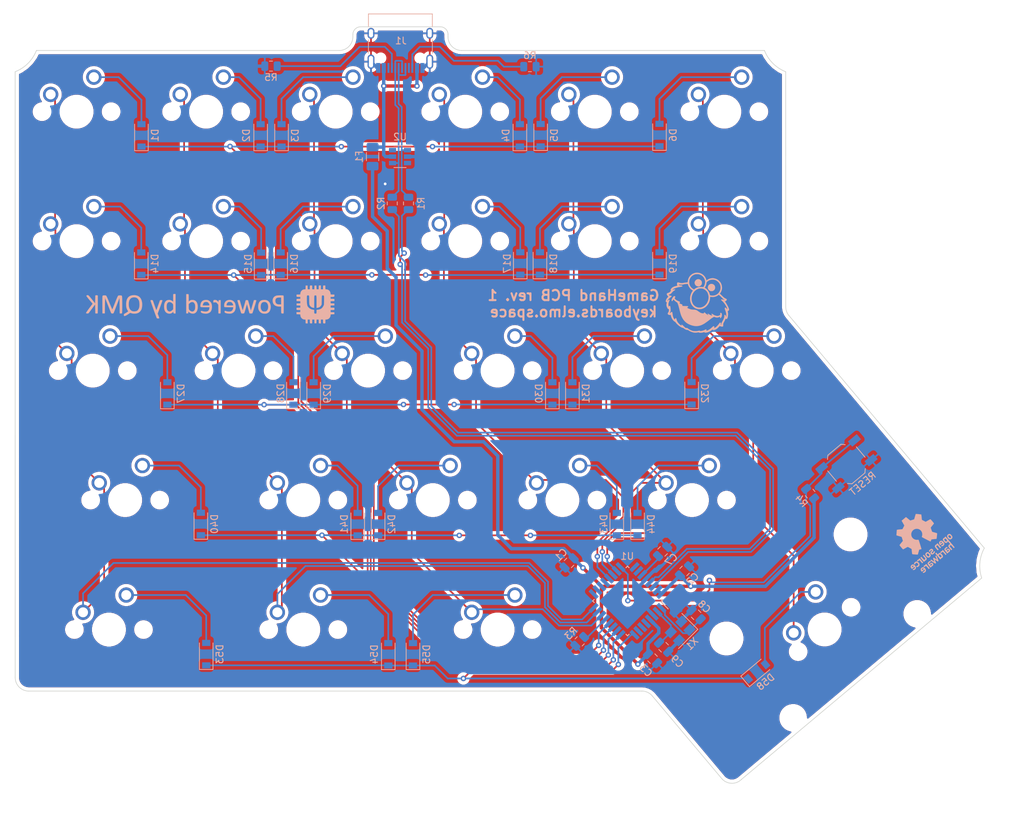
<source format=kicad_pcb>
(kicad_pcb (version 20171130) (host pcbnew "(5.1.9)-1")
  (layers (0 F.Cu signal) (31 B.Cu signal) (34 B.Paste user) (35 F.Paste user) (36 B.SilkS user) (37 F.SilkS user) (38 B.Mask user) (39 F.Mask user) (44 Edge.Cuts user))
  (net 0 "")
  (net 1 GND)
  (net 2 +5V)
  (net 3 "Net-(C7-Pad1)")
  (net 4 "Net-(C8-Pad1)")
  (net 5 "Net-(C9-Pad1)")
  (net 6 "Net-(D1-Pad2)")
  (net 7 row0)
  (net 8 "Net-(D2-Pad2)")
  (net 9 "Net-(D3-Pad2)")
  (net 10 "Net-(D4-Pad2)")
  (net 11 "Net-(D5-Pad2)")
  (net 12 "Net-(D6-Pad2)")
  (net 13 "Net-(D14-Pad2)")
  (net 14 row1)
  (net 15 "Net-(D15-Pad2)")
  (net 16 "Net-(D16-Pad2)")
  (net 17 "Net-(D17-Pad2)")
  (net 18 "Net-(D18-Pad2)")
  (net 19 "Net-(D19-Pad2)")
  (net 20 "Net-(D27-Pad2)")
  (net 21 row2)
  (net 22 "Net-(D28-Pad2)")
  (net 23 "Net-(D29-Pad2)")
  (net 24 "Net-(D30-Pad2)")
  (net 25 "Net-(D31-Pad2)")
  (net 26 "Net-(D32-Pad2)")
  (net 27 "Net-(D40-Pad2)")
  (net 28 row3)
  (net 29 "Net-(D41-Pad2)")
  (net 30 "Net-(D42-Pad2)")
  (net 31 "Net-(D43-Pad2)")
  (net 32 "Net-(D44-Pad2)")
  (net 33 "Net-(D53-Pad2)")
  (net 34 row4)
  (net 35 "Net-(D54-Pad2)")
  (net 36 "Net-(D55-Pad2)")
  (net 37 "Net-(D58-Pad2)")
  (net 38 VCC)
  (net 39 col0)
  (net 40 col1)
  (net 41 col2)
  (net 42 col3)
  (net 43 col4)
  (net 44 col5)
  (net 45 "Net-(R1-Pad2)")
  (net 46 D+)
  (net 47 "Net-(R2-Pad2)")
  (net 48 D-)
  (net 49 "Net-(R3-Pad2)")
  (net 50 "Net-(U1-Pad20)")
  (net 51 "Net-(U1-Pad19)")
  (net 52 "Net-(U1-Pad18)")
  (net 53 "Net-(U2-Pad6)")
  (net 54 "Net-(U2-Pad3)")
  (net 55 "Net-(U1-Pad17)")
  (net 56 "Net-(U1-Pad7)")
  (net 57 "Net-(U1-Pad6)")
  (net 58 "Net-(U1-Pad5)")
  (net 59 "Net-(J1-PadB8)")
  (net 60 "Net-(J1-PadA5)")
  (net 61 "Net-(J1-PadA8)")
  (net 62 "Net-(J1-PadB5)")
  (net 63 "Net-(R4-Pad1)")
  (net 64 "Net-(U1-Pad25)")
  (net 65 "Net-(U1-Pad26)")
  (module custom_parts:elmo (layer B.Cu) (at 191.389 71.8566 180)
    (fp_text reference G*** hide)
    (fp_text value LOGO hide)
  )
  (module custom_parts:qmk (layer B.Cu) (at 119.5832 71.9836 180)
    (fp_text reference G*** hide)
    (fp_text value LOGO hide)
  )
  (module Symbol:OSHW-Logo_7.5x8mm_SilkScreen (layer B.Cu) (at 224.2312 106.6292 220)
    (fp_text reference REF** hide)
    (fp_text value OSHW-Logo_7.5x8mm_SilkScreen hide)
  )
  (module MX_Only:MXOnly-1U-NoLED (layer F.Cu) (at 171.45 100.80625)
    (fp_text reference MX43)
    (fp_text value MX-NoLED)
    (pad 2 thru_hole circle (at 2.54 -5.08) (size 2.25 2.25) (drill 1.47) (layers *.Cu B.Mask) (net 31 "Net-(D43-Pad2)"))
    (pad "" np_thru_hole circle (at 0 0) (size 3.9878 3.9878) (drill 3.9878) (layers *.Cu *.Mask))
    (pad 1 thru_hole circle (at -3.81 -2.54) (size 2.25 2.25) (drill 1.47) (layers *.Cu B.Mask) (net 42 col3))
    (pad "" np_thru_hole circle (at -5.08 0 48.0996) (size 1.75 1.75) (drill 1.75) (layers *.Cu *.Mask))
    (pad "" np_thru_hole circle (at 5.08 0 48.0996) (size 1.75 1.75) (drill 1.75) (layers *.Cu *.Mask))
  )
  (module Resistor_SMD:R_0805_2012Metric (layer B.Cu) (at 173.99 121.5898 45)
    (fp_text reference R3 (at -0.071842 -1.724209 45) (layer B.SilkS) (effects (justify mirror)))
    (fp_text value 10k)
    (pad 2 smd roundrect (at 0.9125 0 45) (size 1.025 1.4) (layers B.Cu B.Paste B.Mask) (roundrect_rratio 0.2439004878048781) (net 49 "Net-(R3-Pad2)"))
    (pad 1 smd roundrect (at -0.9125 0 45) (size 1.025 1.4) (layers B.Cu B.Paste B.Mask) (roundrect_rratio 0.2439004878048781) (net 1 GND))
  )
  (module Resistor_SMD:R_0805_2012Metric (layer B.Cu) (at 166.6748 37.0332 180)
    (fp_text reference R6 (at 0 1.65) (layer B.SilkS) (effects (justify mirror)))
    (fp_text value 5.1k)
    (pad 2 smd roundrect (at 0.9125 0 180) (size 1.025 1.4) (layers B.Cu B.Paste B.Mask) (roundrect_rratio 0.2439004878048781) (net 62 "Net-(J1-PadB5)"))
    (pad 1 smd roundrect (at -0.9125 0 180) (size 1.025 1.4) (layers B.Cu B.Paste B.Mask) (roundrect_rratio 0.2439004878048781) (net 1 GND))
  )
  (module Resistor_SMD:R_0805_2012Metric (layer B.Cu) (at 128.6002 36.957)
    (fp_text reference R5 (at 0 1.65) (layer B.SilkS) (effects (justify mirror)))
    (fp_text value 5.1k)
    (pad 2 smd roundrect (at 0.9125 0) (size 1.025 1.4) (layers B.Cu B.Paste B.Mask) (roundrect_rratio 0.2439004878048781) (net 60 "Net-(J1-PadA5)"))
    (pad 1 smd roundrect (at -0.9125 0) (size 1.025 1.4) (layers B.Cu B.Paste B.Mask) (roundrect_rratio 0.2439004878048781) (net 1 GND))
  )
  (module Connector_USB:USB_C_Receptacle_HRO_TYPE-C-31-M-12 (layer B.Cu) (at 147.6248 33.1724)
    (fp_text reference J1 (at 0.0762 0.0508) (layer B.SilkS) (effects (justify mirror)))
    (fp_text value USB_C_Receptacle_USB2.0)
    (pad B1 smd rect (at 3.25 4.045) (size 0.6 1.45) (layers B.Cu B.Paste B.Mask) (net 1 GND))
    (pad A9 smd rect (at 2.45 4.045) (size 0.6 1.45) (layers B.Cu B.Paste B.Mask) (net 38 VCC))
    (pad B9 smd rect (at -2.45 4.045) (size 0.6 1.45) (layers B.Cu B.Paste B.Mask) (net 38 VCC))
    (pad B12 smd rect (at -3.25 4.045) (size 0.6 1.45) (layers B.Cu B.Paste B.Mask) (net 1 GND))
    (pad A1 smd rect (at -3.25 4.045) (size 0.6 1.45) (layers B.Cu B.Paste B.Mask) (net 1 GND))
    (pad A4 smd rect (at -2.45 4.045) (size 0.6 1.45) (layers B.Cu B.Paste B.Mask) (net 38 VCC))
    (pad B4 smd rect (at 2.45 4.045) (size 0.6 1.45) (layers B.Cu B.Paste B.Mask) (net 38 VCC))
    (pad A12 smd rect (at 3.25 4.045) (size 0.6 1.45) (layers B.Cu B.Paste B.Mask) (net 1 GND))
    (pad B8 smd rect (at -1.75 4.045) (size 0.3 1.45) (layers B.Cu B.Paste B.Mask) (net 59 "Net-(J1-PadB8)"))
    (pad A5 smd rect (at -1.25 4.045) (size 0.3 1.45) (layers B.Cu B.Paste B.Mask) (net 60 "Net-(J1-PadA5)"))
    (pad B7 smd rect (at -0.75 4.045) (size 0.3 1.45) (layers B.Cu B.Paste B.Mask) (net 48 D-))
    (pad A7 smd rect (at 0.25 4.045) (size 0.3 1.45) (layers B.Cu B.Paste B.Mask) (net 48 D-))
    (pad B6 smd rect (at 0.75 4.045) (size 0.3 1.45) (layers B.Cu B.Paste B.Mask) (net 46 D+))
    (pad A8 smd rect (at 1.25 4.045) (size 0.3 1.45) (layers B.Cu B.Paste B.Mask) (net 61 "Net-(J1-PadA8)"))
    (pad B5 smd rect (at 1.75 4.045) (size 0.3 1.45) (layers B.Cu B.Paste B.Mask) (net 62 "Net-(J1-PadB5)"))
    (pad A6 smd rect (at -0.25 4.045) (size 0.3 1.45) (layers B.Cu B.Paste B.Mask) (net 46 D+))
    (pad S1 thru_hole oval (at 4.32 3.13) (size 1 2.1) (drill oval 0.6 1.7) (layers *.Cu *.Mask) (net 1 GND))
    (pad S1 thru_hole oval (at -4.32 3.13) (size 1 2.1) (drill oval 0.6 1.7) (layers *.Cu *.Mask) (net 1 GND))
    (pad "" np_thru_hole circle (at -2.89 2.6) (size 0.65 0.65) (drill 0.65) (layers *.Cu *.Mask))
    (pad S1 thru_hole oval (at -4.32 -1.05) (size 1 1.6) (drill oval 0.6 1.2) (layers *.Cu *.Mask) (net 1 GND))
    (pad "" np_thru_hole circle (at 2.89 2.6) (size 0.65 0.65) (drill 0.65) (layers *.Cu *.Mask))
    (pad S1 thru_hole oval (at 4.32 -1.05) (size 1 1.6) (drill oval 0.6 1.2) (layers *.Cu *.Mask) (net 1 GND))
  )
  (module Package_QFP:TQFP-32_7x7mm_P0.8mm (layer B.Cu) (at 181.0258 115.6462 135)
    (fp_text reference U1 (at 4.687694 4.615852 180) (layer B.SilkS) (effects (justify mirror)))
    (fp_text value ATmega32U2-AU)
    (pad 32 smd rect (at -2.8 4.25 45) (size 1.6 0.55) (layers B.Cu B.Paste B.Mask) (net 2 +5V))
    (pad 31 smd rect (at -2 4.25 45) (size 1.6 0.55) (layers B.Cu B.Paste B.Mask) (net 2 +5V))
    (pad 30 smd rect (at -1.2 4.25 45) (size 1.6 0.55) (layers B.Cu B.Paste B.Mask) (net 47 "Net-(R2-Pad2)"))
    (pad 29 smd rect (at -0.4 4.25 45) (size 1.6 0.55) (layers B.Cu B.Paste B.Mask) (net 45 "Net-(R1-Pad2)"))
    (pad 28 smd rect (at 0.4 4.25 45) (size 1.6 0.55) (layers B.Cu B.Paste B.Mask) (net 1 GND))
    (pad 27 smd rect (at 1.2 4.25 45) (size 1.6 0.55) (layers B.Cu B.Paste B.Mask) (net 3 "Net-(C7-Pad1)"))
    (pad 26 smd rect (at 2 4.25 45) (size 1.6 0.55) (layers B.Cu B.Paste B.Mask) (net 65 "Net-(U1-Pad26)"))
    (pad 25 smd rect (at 2.8 4.25 45) (size 1.6 0.55) (layers B.Cu B.Paste B.Mask) (net 64 "Net-(U1-Pad25)"))
    (pad 24 smd rect (at 4.25 2.8 135) (size 1.6 0.55) (layers B.Cu B.Paste B.Mask) (net 63 "Net-(R4-Pad1)"))
    (pad 23 smd rect (at 4.25 2 135) (size 1.6 0.55) (layers B.Cu B.Paste B.Mask) (net 44 col5))
    (pad 22 smd rect (at 4.25 1.2 135) (size 1.6 0.55) (layers B.Cu B.Paste B.Mask) (net 43 col4))
    (pad 21 smd rect (at 4.25 0.4 135) (size 1.6 0.55) (layers B.Cu B.Paste B.Mask) (net 42 col3))
    (pad 20 smd rect (at 4.25 -0.4 135) (size 1.6 0.55) (layers B.Cu B.Paste B.Mask) (net 50 "Net-(U1-Pad20)"))
    (pad 19 smd rect (at 4.25 -1.2 135) (size 1.6 0.55) (layers B.Cu B.Paste B.Mask) (net 51 "Net-(U1-Pad19)"))
    (pad 18 smd rect (at 4.25 -2 135) (size 1.6 0.55) (layers B.Cu B.Paste B.Mask) (net 52 "Net-(U1-Pad18)"))
    (pad 17 smd rect (at 4.25 -2.8 135) (size 1.6 0.55) (layers B.Cu B.Paste B.Mask) (net 55 "Net-(U1-Pad17)"))
    (pad 16 smd rect (at 2.8 -4.25 45) (size 1.6 0.55) (layers B.Cu B.Paste B.Mask) (net 39 col0))
    (pad 15 smd rect (at 2 -4.25 45) (size 1.6 0.55) (layers B.Cu B.Paste B.Mask) (net 40 col1))
    (pad 14 smd rect (at 1.2 -4.25 45) (size 1.6 0.55) (layers B.Cu B.Paste B.Mask) (net 41 col2))
    (pad 13 smd rect (at 0.4 -4.25 45) (size 1.6 0.55) (layers B.Cu B.Paste B.Mask) (net 49 "Net-(R3-Pad2)"))
    (pad 12 smd rect (at -0.4 -4.25 45) (size 1.6 0.55) (layers B.Cu B.Paste B.Mask) (net 7 row0))
    (pad 11 smd rect (at -1.2 -4.25 45) (size 1.6 0.55) (layers B.Cu B.Paste B.Mask) (net 14 row1))
    (pad 10 smd rect (at -2 -4.25 45) (size 1.6 0.55) (layers B.Cu B.Paste B.Mask) (net 21 row2))
    (pad 9 smd rect (at -2.8 -4.25 45) (size 1.6 0.55) (layers B.Cu B.Paste B.Mask) (net 28 row3))
    (pad 8 smd rect (at -4.25 -2.8 135) (size 1.6 0.55) (layers B.Cu B.Paste B.Mask) (net 34 row4))
    (pad 7 smd rect (at -4.25 -2 135) (size 1.6 0.55) (layers B.Cu B.Paste B.Mask) (net 56 "Net-(U1-Pad7)"))
    (pad 6 smd rect (at -4.25 -1.2 135) (size 1.6 0.55) (layers B.Cu B.Paste B.Mask) (net 57 "Net-(U1-Pad6)"))
    (pad 5 smd rect (at -4.25 -0.4 135) (size 1.6 0.55) (layers B.Cu B.Paste B.Mask) (net 58 "Net-(U1-Pad5)"))
    (pad 4 smd rect (at -4.25 0.4 135) (size 1.6 0.55) (layers B.Cu B.Paste B.Mask) (net 2 +5V))
    (pad 3 smd rect (at -4.25 1.2 135) (size 1.6 0.55) (layers B.Cu B.Paste B.Mask) (net 1 GND))
    (pad 2 smd rect (at -4.25 2 135) (size 1.6 0.55) (layers B.Cu B.Paste B.Mask) (net 5 "Net-(C9-Pad1)"))
    (pad 1 smd rect (at -4.25 2.8 135) (size 1.6 0.55) (layers B.Cu B.Paste B.Mask) (net 4 "Net-(C8-Pad1)"))
  )
  (module MX_Only:MXOnly-1.5U-NoLED (layer F.Cu) (at 161.925 119.85625)
    (fp_text reference MX55)
    (fp_text value MX-NoLED)
    (pad 2 thru_hole circle (at 2.54 -5.08) (size 2.25 2.25) (drill 1.47) (layers *.Cu B.Mask) (net 36 "Net-(D55-Pad2)"))
    (pad "" np_thru_hole circle (at 0 0) (size 3.9878 3.9878) (drill 3.9878) (layers *.Cu *.Mask))
    (pad 1 thru_hole circle (at -3.81 -2.54) (size 2.25 2.25) (drill 1.47) (layers *.Cu B.Mask) (net 41 col2))
    (pad "" np_thru_hole circle (at -5.08 0 48.0996) (size 1.75 1.75) (drill 1.75) (layers *.Cu *.Mask))
    (pad "" np_thru_hole circle (at 5.08 0 48.0996) (size 1.75 1.75) (drill 1.75) (layers *.Cu *.Mask))
  )
  (module MX_Only:MXOnly-1.5U-NoLED (layer F.Cu) (at 133.35 119.85625)
    (fp_text reference MX54)
    (fp_text value MX-NoLED)
    (pad 2 thru_hole circle (at 2.54 -5.08) (size 2.25 2.25) (drill 1.47) (layers *.Cu B.Mask) (net 35 "Net-(D54-Pad2)"))
    (pad "" np_thru_hole circle (at 0 0) (size 3.9878 3.9878) (drill 3.9878) (layers *.Cu *.Mask))
    (pad 1 thru_hole circle (at -3.81 -2.54) (size 2.25 2.25) (drill 1.47) (layers *.Cu B.Mask) (net 40 col1))
    (pad "" np_thru_hole circle (at -5.08 0 48.0996) (size 1.75 1.75) (drill 1.75) (layers *.Cu *.Mask))
    (pad "" np_thru_hole circle (at 5.08 0 48.0996) (size 1.75 1.75) (drill 1.75) (layers *.Cu *.Mask))
  )
  (module MX_Only:MXOnly-1.5U-NoLED (layer F.Cu) (at 104.775 119.85625)
    (fp_text reference MX53)
    (fp_text value MX-NoLED)
    (pad 2 thru_hole circle (at 2.54 -5.08) (size 2.25 2.25) (drill 1.47) (layers *.Cu B.Mask) (net 33 "Net-(D53-Pad2)"))
    (pad "" np_thru_hole circle (at 0 0) (size 3.9878 3.9878) (drill 3.9878) (layers *.Cu *.Mask))
    (pad 1 thru_hole circle (at -3.81 -2.54) (size 2.25 2.25) (drill 1.47) (layers *.Cu B.Mask) (net 39 col0))
    (pad "" np_thru_hole circle (at -5.08 0 48.0996) (size 1.75 1.75) (drill 1.75) (layers *.Cu *.Mask))
    (pad "" np_thru_hole circle (at 5.08 0 48.0996) (size 1.75 1.75) (drill 1.75) (layers *.Cu *.Mask))
  )
  (module MX_Only:MXOnly-1.75U-NoLED (layer F.Cu) (at 107.15625 100.80625)
    (fp_text reference MX40)
    (fp_text value MX-NoLED)
    (pad 2 thru_hole circle (at 2.54 -5.08) (size 2.25 2.25) (drill 1.47) (layers *.Cu B.Mask) (net 27 "Net-(D40-Pad2)"))
    (pad "" np_thru_hole circle (at 0 0) (size 3.9878 3.9878) (drill 3.9878) (layers *.Cu *.Mask))
    (pad 1 thru_hole circle (at -3.81 -2.54) (size 2.25 2.25) (drill 1.47) (layers *.Cu B.Mask) (net 39 col0))
    (pad "" np_thru_hole circle (at -5.08 0 48.0996) (size 1.75 1.75) (drill 1.75) (layers *.Cu *.Mask))
    (pad "" np_thru_hole circle (at 5.08 0 48.0996) (size 1.75 1.75) (drill 1.75) (layers *.Cu *.Mask))
  )
  (module MX_Only:MXOnly-1.25U-NoLED (layer F.Cu) (at 102.39375 81.75625)
    (fp_text reference MX27)
    (fp_text value MX-NoLED)
    (pad 2 thru_hole circle (at 2.54 -5.08) (size 2.25 2.25) (drill 1.47) (layers *.Cu B.Mask) (net 20 "Net-(D27-Pad2)"))
    (pad "" np_thru_hole circle (at 0 0) (size 3.9878 3.9878) (drill 3.9878) (layers *.Cu *.Mask))
    (pad 1 thru_hole circle (at -3.81 -2.54) (size 2.25 2.25) (drill 1.47) (layers *.Cu B.Mask) (net 39 col0))
    (pad "" np_thru_hole circle (at -5.08 0 48.0996) (size 1.75 1.75) (drill 1.75) (layers *.Cu *.Mask))
    (pad "" np_thru_hole circle (at 5.08 0 48.0996) (size 1.75 1.75) (drill 1.75) (layers *.Cu *.Mask))
  )
  (module MX_Only:MXOnly-1U-NoLED (layer F.Cu) (at 100.0125 62.70625)
    (fp_text reference MX14)
    (fp_text value MX-NoLED)
    (pad 2 thru_hole circle (at 2.54 -5.08) (size 2.25 2.25) (drill 1.47) (layers *.Cu B.Mask) (net 13 "Net-(D14-Pad2)"))
    (pad "" np_thru_hole circle (at 0 0) (size 3.9878 3.9878) (drill 3.9878) (layers *.Cu *.Mask))
    (pad 1 thru_hole circle (at -3.81 -2.54) (size 2.25 2.25) (drill 1.47) (layers *.Cu B.Mask) (net 39 col0))
    (pad "" np_thru_hole circle (at -5.08 0 48.0996) (size 1.75 1.75) (drill 1.75) (layers *.Cu *.Mask))
    (pad "" np_thru_hole circle (at 5.08 0 48.0996) (size 1.75 1.75) (drill 1.75) (layers *.Cu *.Mask))
  )
  (module MX_Only:MXOnly-2.75U-ReversedStabilizers-NoLED (layer F.Cu) (at 210.0072 119.8372 40)
    (fp_text reference MX58)
    (fp_text value MX-NoLED)
    (pad 2 thru_hole circle (at 2.54 -5.08 40) (size 2.25 2.25) (drill 1.47) (layers *.Cu B.Mask) (net 37 "Net-(D58-Pad2)"))
    (pad "" np_thru_hole circle (at 0 0 40) (size 3.9878 3.9878) (drill 3.9878) (layers *.Cu *.Mask))
    (pad 1 thru_hole circle (at -3.81 -2.54 40) (size 2.25 2.25) (drill 1.47) (layers *.Cu B.Mask) (net 44 col5))
    (pad "" np_thru_hole circle (at -5.08 0 88.0996) (size 1.75 1.75) (drill 1.75) (layers *.Cu *.Mask))
    (pad "" np_thru_hole circle (at 5.08 0 88.0996) (size 1.75 1.75) (drill 1.75) (layers *.Cu *.Mask))
    (pad "" np_thru_hole circle (at -11.90625 6.985 40) (size 3.048 3.048) (drill 3.048) (layers *.Cu *.Mask))
    (pad "" np_thru_hole circle (at 11.90625 6.985 40) (size 3.048 3.048) (drill 3.048) (layers *.Cu *.Mask))
    (pad "" np_thru_hole circle (at -11.90625 -8.255 40) (size 3.9878 3.9878) (drill 3.9878) (layers *.Cu *.Mask))
    (pad "" np_thru_hole circle (at 11.90625 -8.255 40) (size 3.9878 3.9878) (drill 3.9878) (layers *.Cu *.Mask))
  )
  (module Crystal:Crystal_SMD_3225-4Pin_3.2x2.5mm (layer B.Cu) (at 188.7728 120.0658 225)
    (fp_text reference X1 (at 0.107763 -2.550393 225) (layer B.SilkS) (effects (justify mirror)))
    (fp_text value Crystal_GND24_Small)
    (pad 4 smd rect (at -1.1 0.85 225) (size 1.4 1.2) (layers B.Cu B.Paste B.Mask) (net 1 GND))
    (pad 3 smd rect (at 1.1 0.85 225) (size 1.4 1.2) (layers B.Cu B.Paste B.Mask) (net 5 "Net-(C9-Pad1)"))
    (pad 2 smd rect (at 1.1 -0.85 225) (size 1.4 1.2) (layers B.Cu B.Paste B.Mask) (net 1 GND))
    (pad 1 smd rect (at -1.1 -0.85 225) (size 1.4 1.2) (layers B.Cu B.Paste B.Mask) (net 4 "Net-(C8-Pad1)"))
  )
  (module Package_TO_SOT_SMD:SOT-23-6 (layer B.Cu) (at 147.574 50.2666 180)
    (fp_text reference U2 (at 0 2.9) (layer B.SilkS) (effects (justify mirror)))
    (fp_text value SRV05-4)
    (pad 5 smd rect (at 1.1 0 180) (size 1.06 0.65) (layers B.Cu B.Paste B.Mask) (net 38 VCC))
    (pad 6 smd rect (at 1.1 0.95 180) (size 1.06 0.65) (layers B.Cu B.Paste B.Mask) (net 53 "Net-(U2-Pad6)"))
    (pad 4 smd rect (at 1.1 -0.95 180) (size 1.06 0.65) (layers B.Cu B.Paste B.Mask) (net 48 D-))
    (pad 3 smd rect (at -1.1 -0.95 180) (size 1.06 0.65) (layers B.Cu B.Paste B.Mask) (net 54 "Net-(U2-Pad3)"))
    (pad 2 smd rect (at -1.1 0 180) (size 1.06 0.65) (layers B.Cu B.Paste B.Mask) (net 1 GND))
    (pad 1 smd rect (at -1.1 0.95 180) (size 1.06 0.65) (layers B.Cu B.Paste B.Mask) (net 46 D+))
  )
  (module Button_Switch_SMD:SW_SPST_TL3342 (layer B.Cu) (at 213.2076 95.504 40)
    (fp_text reference RESET (at 0 3.750001 40) (layer B.SilkS) (effects (justify mirror)))
    (fp_text value SW_Push)
    (pad 2 smd rect (at 3.15 -1.9 40) (size 1.7 1) (layers B.Cu B.Paste B.Mask) (net 63 "Net-(R4-Pad1)"))
    (pad 2 smd rect (at -3.15 -1.9 40) (size 1.7 1) (layers B.Cu B.Paste B.Mask) (net 63 "Net-(R4-Pad1)"))
    (pad 1 smd rect (at 3.15 1.9 40) (size 1.7 1) (layers B.Cu B.Paste B.Mask) (net 1 GND))
    (pad 1 smd rect (at -3.15 1.9 40) (size 1.7 1) (layers B.Cu B.Paste B.Mask) (net 1 GND))
  )
  (module Resistor_SMD:R_0805_2012Metric (layer B.Cu) (at 207.8736 99.8474 310)
    (fp_text reference R4 (at 0 1.65 130) (layer B.SilkS) (effects (justify mirror)))
    (fp_text value 10k)
    (pad 2 smd roundrect (at 0.9125 0 310) (size 1.025 1.4) (layers B.Cu B.Paste B.Mask) (roundrect_rratio 0.2439004878048781) (net 2 +5V))
    (pad 1 smd roundrect (at -0.9125 0 310) (size 1.025 1.4) (layers B.Cu B.Paste B.Mask) (roundrect_rratio 0.2439004878048781) (net 63 "Net-(R4-Pad1)"))
  )
  (module Resistor_SMD:R_0805_2012Metric (layer B.Cu) (at 146.431 57.15 270)
    (fp_text reference R2 (at 0 1.65 270) (layer B.SilkS) (effects (justify mirror)))
    (fp_text value 22r)
    (pad 2 smd roundrect (at 0.9125 0 270) (size 1.025 1.4) (layers B.Cu B.Paste B.Mask) (roundrect_rratio 0.2439004878048781) (net 47 "Net-(R2-Pad2)"))
    (pad 1 smd roundrect (at -0.9125 0 270) (size 1.025 1.4) (layers B.Cu B.Paste B.Mask) (roundrect_rratio 0.2439004878048781) (net 48 D-))
  )
  (module Resistor_SMD:R_0805_2012Metric (layer B.Cu) (at 148.8186 57.15 270)
    (fp_text reference R1 (at 0.0254 -1.8542 270) (layer B.SilkS) (effects (justify mirror)))
    (fp_text value 22r)
    (pad 2 smd roundrect (at 0.9125 0 270) (size 1.025 1.4) (layers B.Cu B.Paste B.Mask) (roundrect_rratio 0.2439004878048781) (net 45 "Net-(R1-Pad2)"))
    (pad 1 smd roundrect (at -0.9125 0 270) (size 1.025 1.4) (layers B.Cu B.Paste B.Mask) (roundrect_rratio 0.2439004878048781) (net 46 D+))
  )
  (module MX_Only:MXOnly-1U-NoLED (layer F.Cu) (at 190.5 100.80625)
    (fp_text reference MX44)
    (fp_text value MX-NoLED)
    (pad 2 thru_hole circle (at 2.54 -5.08) (size 2.25 2.25) (drill 1.47) (layers *.Cu B.Mask) (net 32 "Net-(D44-Pad2)"))
    (pad "" np_thru_hole circle (at 0 0) (size 3.9878 3.9878) (drill 3.9878) (layers *.Cu *.Mask))
    (pad 1 thru_hole circle (at -3.81 -2.54) (size 2.25 2.25) (drill 1.47) (layers *.Cu B.Mask) (net 43 col4))
    (pad "" np_thru_hole circle (at -5.08 0 48.0996) (size 1.75 1.75) (drill 1.75) (layers *.Cu *.Mask))
    (pad "" np_thru_hole circle (at 5.08 0 48.0996) (size 1.75 1.75) (drill 1.75) (layers *.Cu *.Mask))
  )
  (module MX_Only:MXOnly-1U-NoLED (layer F.Cu) (at 152.4 100.80625)
    (fp_text reference MX42)
    (fp_text value MX-NoLED)
    (pad 2 thru_hole circle (at 2.54 -5.08) (size 2.25 2.25) (drill 1.47) (layers *.Cu B.Mask) (net 30 "Net-(D42-Pad2)"))
    (pad "" np_thru_hole circle (at 0 0) (size 3.9878 3.9878) (drill 3.9878) (layers *.Cu *.Mask))
    (pad 1 thru_hole circle (at -3.81 -2.54) (size 2.25 2.25) (drill 1.47) (layers *.Cu B.Mask) (net 41 col2))
    (pad "" np_thru_hole circle (at -5.08 0 48.0996) (size 1.75 1.75) (drill 1.75) (layers *.Cu *.Mask))
    (pad "" np_thru_hole circle (at 5.08 0 48.0996) (size 1.75 1.75) (drill 1.75) (layers *.Cu *.Mask))
  )
  (module MX_Only:MXOnly-1U-NoLED (layer F.Cu) (at 133.35 100.80625)
    (fp_text reference MX41)
    (fp_text value MX-NoLED)
    (pad 2 thru_hole circle (at 2.54 -5.08) (size 2.25 2.25) (drill 1.47) (layers *.Cu B.Mask) (net 29 "Net-(D41-Pad2)"))
    (pad "" np_thru_hole circle (at 0 0) (size 3.9878 3.9878) (drill 3.9878) (layers *.Cu *.Mask))
    (pad 1 thru_hole circle (at -3.81 -2.54) (size 2.25 2.25) (drill 1.47) (layers *.Cu B.Mask) (net 40 col1))
    (pad "" np_thru_hole circle (at -5.08 0 48.0996) (size 1.75 1.75) (drill 1.75) (layers *.Cu *.Mask))
    (pad "" np_thru_hole circle (at 5.08 0 48.0996) (size 1.75 1.75) (drill 1.75) (layers *.Cu *.Mask))
  )
  (module MX_Only:MXOnly-1U-NoLED (layer F.Cu) (at 200.025 81.75625)
    (fp_text reference MX32)
    (fp_text value MX-NoLED)
    (pad 2 thru_hole circle (at 2.54 -5.08) (size 2.25 2.25) (drill 1.47) (layers *.Cu B.Mask) (net 26 "Net-(D32-Pad2)"))
    (pad "" np_thru_hole circle (at 0 0) (size 3.9878 3.9878) (drill 3.9878) (layers *.Cu *.Mask))
    (pad 1 thru_hole circle (at -3.81 -2.54) (size 2.25 2.25) (drill 1.47) (layers *.Cu B.Mask) (net 44 col5))
    (pad "" np_thru_hole circle (at -5.08 0 48.0996) (size 1.75 1.75) (drill 1.75) (layers *.Cu *.Mask))
    (pad "" np_thru_hole circle (at 5.08 0 48.0996) (size 1.75 1.75) (drill 1.75) (layers *.Cu *.Mask))
  )
  (module MX_Only:MXOnly-1U-NoLED (layer F.Cu) (at 180.975 81.75625)
    (fp_text reference MX31)
    (fp_text value MX-NoLED)
    (pad 2 thru_hole circle (at 2.54 -5.08) (size 2.25 2.25) (drill 1.47) (layers *.Cu B.Mask) (net 25 "Net-(D31-Pad2)"))
    (pad "" np_thru_hole circle (at 0 0) (size 3.9878 3.9878) (drill 3.9878) (layers *.Cu *.Mask))
    (pad 1 thru_hole circle (at -3.81 -2.54) (size 2.25 2.25) (drill 1.47) (layers *.Cu B.Mask) (net 43 col4))
    (pad "" np_thru_hole circle (at -5.08 0 48.0996) (size 1.75 1.75) (drill 1.75) (layers *.Cu *.Mask))
    (pad "" np_thru_hole circle (at 5.08 0 48.0996) (size 1.75 1.75) (drill 1.75) (layers *.Cu *.Mask))
  )
  (module MX_Only:MXOnly-1U-NoLED (layer F.Cu) (at 161.925 81.75625)
    (fp_text reference MX30)
    (fp_text value MX-NoLED)
    (pad 2 thru_hole circle (at 2.54 -5.08) (size 2.25 2.25) (drill 1.47) (layers *.Cu B.Mask) (net 24 "Net-(D30-Pad2)"))
    (pad "" np_thru_hole circle (at 0 0) (size 3.9878 3.9878) (drill 3.9878) (layers *.Cu *.Mask))
    (pad 1 thru_hole circle (at -3.81 -2.54) (size 2.25 2.25) (drill 1.47) (layers *.Cu B.Mask) (net 42 col3))
    (pad "" np_thru_hole circle (at -5.08 0 48.0996) (size 1.75 1.75) (drill 1.75) (layers *.Cu *.Mask))
    (pad "" np_thru_hole circle (at 5.08 0 48.0996) (size 1.75 1.75) (drill 1.75) (layers *.Cu *.Mask))
  )
  (module MX_Only:MXOnly-1U-NoLED (layer F.Cu) (at 142.875 81.75625)
    (fp_text reference MX29)
    (fp_text value MX-NoLED)
    (pad 2 thru_hole circle (at 2.54 -5.08) (size 2.25 2.25) (drill 1.47) (layers *.Cu B.Mask) (net 23 "Net-(D29-Pad2)"))
    (pad "" np_thru_hole circle (at 0 0) (size 3.9878 3.9878) (drill 3.9878) (layers *.Cu *.Mask))
    (pad 1 thru_hole circle (at -3.81 -2.54) (size 2.25 2.25) (drill 1.47) (layers *.Cu B.Mask) (net 41 col2))
    (pad "" np_thru_hole circle (at -5.08 0 48.0996) (size 1.75 1.75) (drill 1.75) (layers *.Cu *.Mask))
    (pad "" np_thru_hole circle (at 5.08 0 48.0996) (size 1.75 1.75) (drill 1.75) (layers *.Cu *.Mask))
  )
  (module MX_Only:MXOnly-1U-NoLED (layer F.Cu) (at 123.825 81.75625)
    (fp_text reference MX28)
    (fp_text value MX-NoLED)
    (pad 2 thru_hole circle (at 2.54 -5.08) (size 2.25 2.25) (drill 1.47) (layers *.Cu B.Mask) (net 22 "Net-(D28-Pad2)"))
    (pad "" np_thru_hole circle (at 0 0) (size 3.9878 3.9878) (drill 3.9878) (layers *.Cu *.Mask))
    (pad 1 thru_hole circle (at -3.81 -2.54) (size 2.25 2.25) (drill 1.47) (layers *.Cu B.Mask) (net 40 col1))
    (pad "" np_thru_hole circle (at -5.08 0 48.0996) (size 1.75 1.75) (drill 1.75) (layers *.Cu *.Mask))
    (pad "" np_thru_hole circle (at 5.08 0 48.0996) (size 1.75 1.75) (drill 1.75) (layers *.Cu *.Mask))
  )
  (module MX_Only:MXOnly-1U-NoLED (layer F.Cu) (at 195.2625 62.70625)
    (fp_text reference MX19)
    (fp_text value MX-NoLED)
    (pad 2 thru_hole circle (at 2.54 -5.08) (size 2.25 2.25) (drill 1.47) (layers *.Cu B.Mask) (net 19 "Net-(D19-Pad2)"))
    (pad "" np_thru_hole circle (at 0 0) (size 3.9878 3.9878) (drill 3.9878) (layers *.Cu *.Mask))
    (pad 1 thru_hole circle (at -3.81 -2.54) (size 2.25 2.25) (drill 1.47) (layers *.Cu B.Mask) (net 44 col5))
    (pad "" np_thru_hole circle (at -5.08 0 48.0996) (size 1.75 1.75) (drill 1.75) (layers *.Cu *.Mask))
    (pad "" np_thru_hole circle (at 5.08 0 48.0996) (size 1.75 1.75) (drill 1.75) (layers *.Cu *.Mask))
  )
  (module MX_Only:MXOnly-1U-NoLED (layer F.Cu) (at 176.2125 62.70625)
    (fp_text reference MX18)
    (fp_text value MX-NoLED)
    (pad 2 thru_hole circle (at 2.54 -5.08) (size 2.25 2.25) (drill 1.47) (layers *.Cu B.Mask) (net 18 "Net-(D18-Pad2)"))
    (pad "" np_thru_hole circle (at 0 0) (size 3.9878 3.9878) (drill 3.9878) (layers *.Cu *.Mask))
    (pad 1 thru_hole circle (at -3.81 -2.54) (size 2.25 2.25) (drill 1.47) (layers *.Cu B.Mask) (net 43 col4))
    (pad "" np_thru_hole circle (at -5.08 0 48.0996) (size 1.75 1.75) (drill 1.75) (layers *.Cu *.Mask))
    (pad "" np_thru_hole circle (at 5.08 0 48.0996) (size 1.75 1.75) (drill 1.75) (layers *.Cu *.Mask))
  )
  (module MX_Only:MXOnly-1U-NoLED (layer F.Cu) (at 157.1625 62.70625)
    (fp_text reference MX17)
    (fp_text value MX-NoLED)
    (pad 2 thru_hole circle (at 2.54 -5.08) (size 2.25 2.25) (drill 1.47) (layers *.Cu B.Mask) (net 17 "Net-(D17-Pad2)"))
    (pad "" np_thru_hole circle (at 0 0) (size 3.9878 3.9878) (drill 3.9878) (layers *.Cu *.Mask))
    (pad 1 thru_hole circle (at -3.81 -2.54) (size 2.25 2.25) (drill 1.47) (layers *.Cu B.Mask) (net 42 col3))
    (pad "" np_thru_hole circle (at -5.08 0 48.0996) (size 1.75 1.75) (drill 1.75) (layers *.Cu *.Mask))
    (pad "" np_thru_hole circle (at 5.08 0 48.0996) (size 1.75 1.75) (drill 1.75) (layers *.Cu *.Mask))
  )
  (module MX_Only:MXOnly-1U-NoLED (layer F.Cu) (at 138.1125 62.70625)
    (fp_text reference MX16)
    (fp_text value MX-NoLED)
    (pad 2 thru_hole circle (at 2.54 -5.08) (size 2.25 2.25) (drill 1.47) (layers *.Cu B.Mask) (net 16 "Net-(D16-Pad2)"))
    (pad "" np_thru_hole circle (at 0 0) (size 3.9878 3.9878) (drill 3.9878) (layers *.Cu *.Mask))
    (pad 1 thru_hole circle (at -3.81 -2.54) (size 2.25 2.25) (drill 1.47) (layers *.Cu B.Mask) (net 41 col2))
    (pad "" np_thru_hole circle (at -5.08 0 48.0996) (size 1.75 1.75) (drill 1.75) (layers *.Cu *.Mask))
    (pad "" np_thru_hole circle (at 5.08 0 48.0996) (size 1.75 1.75) (drill 1.75) (layers *.Cu *.Mask))
  )
  (module MX_Only:MXOnly-1U-NoLED (layer F.Cu) (at 119.0625 62.70625)
    (fp_text reference MX15)
    (fp_text value MX-NoLED)
    (pad 2 thru_hole circle (at 2.54 -5.08) (size 2.25 2.25) (drill 1.47) (layers *.Cu B.Mask) (net 15 "Net-(D15-Pad2)"))
    (pad "" np_thru_hole circle (at 0 0) (size 3.9878 3.9878) (drill 3.9878) (layers *.Cu *.Mask))
    (pad 1 thru_hole circle (at -3.81 -2.54) (size 2.25 2.25) (drill 1.47) (layers *.Cu B.Mask) (net 40 col1))
    (pad "" np_thru_hole circle (at -5.08 0 48.0996) (size 1.75 1.75) (drill 1.75) (layers *.Cu *.Mask))
    (pad "" np_thru_hole circle (at 5.08 0 48.0996) (size 1.75 1.75) (drill 1.75) (layers *.Cu *.Mask))
  )
  (module MX_Only:MXOnly-1U-NoLED (layer F.Cu) (at 195.2625 43.65625)
    (fp_text reference MX6)
    (fp_text value MX-NoLED)
    (pad 2 thru_hole circle (at 2.54 -5.08) (size 2.25 2.25) (drill 1.47) (layers *.Cu B.Mask) (net 12 "Net-(D6-Pad2)"))
    (pad "" np_thru_hole circle (at 0 0) (size 3.9878 3.9878) (drill 3.9878) (layers *.Cu *.Mask))
    (pad 1 thru_hole circle (at -3.81 -2.54) (size 2.25 2.25) (drill 1.47) (layers *.Cu B.Mask) (net 44 col5))
    (pad "" np_thru_hole circle (at -5.08 0 48.0996) (size 1.75 1.75) (drill 1.75) (layers *.Cu *.Mask))
    (pad "" np_thru_hole circle (at 5.08 0 48.0996) (size 1.75 1.75) (drill 1.75) (layers *.Cu *.Mask))
  )
  (module MX_Only:MXOnly-1U-NoLED (layer F.Cu) (at 176.2125 43.65625)
    (fp_text reference MX5)
    (fp_text value MX-NoLED)
    (pad 2 thru_hole circle (at 2.54 -5.08) (size 2.25 2.25) (drill 1.47) (layers *.Cu B.Mask) (net 11 "Net-(D5-Pad2)"))
    (pad "" np_thru_hole circle (at 0 0) (size 3.9878 3.9878) (drill 3.9878) (layers *.Cu *.Mask))
    (pad 1 thru_hole circle (at -3.81 -2.54) (size 2.25 2.25) (drill 1.47) (layers *.Cu B.Mask) (net 43 col4))
    (pad "" np_thru_hole circle (at -5.08 0 48.0996) (size 1.75 1.75) (drill 1.75) (layers *.Cu *.Mask))
    (pad "" np_thru_hole circle (at 5.08 0 48.0996) (size 1.75 1.75) (drill 1.75) (layers *.Cu *.Mask))
  )
  (module MX_Only:MXOnly-1U-NoLED (layer F.Cu) (at 157.1625 43.65625)
    (fp_text reference MX4)
    (fp_text value MX-NoLED)
    (pad 2 thru_hole circle (at 2.54 -5.08) (size 2.25 2.25) (drill 1.47) (layers *.Cu B.Mask) (net 10 "Net-(D4-Pad2)"))
    (pad "" np_thru_hole circle (at 0 0) (size 3.9878 3.9878) (drill 3.9878) (layers *.Cu *.Mask))
    (pad 1 thru_hole circle (at -3.81 -2.54) (size 2.25 2.25) (drill 1.47) (layers *.Cu B.Mask) (net 42 col3))
    (pad "" np_thru_hole circle (at -5.08 0 48.0996) (size 1.75 1.75) (drill 1.75) (layers *.Cu *.Mask))
    (pad "" np_thru_hole circle (at 5.08 0 48.0996) (size 1.75 1.75) (drill 1.75) (layers *.Cu *.Mask))
  )
  (module MX_Only:MXOnly-1U-NoLED (layer F.Cu) (at 138.1125 43.65625)
    (fp_text reference MX3)
    (fp_text value MX-NoLED)
    (pad 2 thru_hole circle (at 2.54 -5.08) (size 2.25 2.25) (drill 1.47) (layers *.Cu B.Mask) (net 9 "Net-(D3-Pad2)"))
    (pad "" np_thru_hole circle (at 0 0) (size 3.9878 3.9878) (drill 3.9878) (layers *.Cu *.Mask))
    (pad 1 thru_hole circle (at -3.81 -2.54) (size 2.25 2.25) (drill 1.47) (layers *.Cu B.Mask) (net 41 col2))
    (pad "" np_thru_hole circle (at -5.08 0 48.0996) (size 1.75 1.75) (drill 1.75) (layers *.Cu *.Mask))
    (pad "" np_thru_hole circle (at 5.08 0 48.0996) (size 1.75 1.75) (drill 1.75) (layers *.Cu *.Mask))
  )
  (module MX_Only:MXOnly-1U-NoLED (layer F.Cu) (at 119.0625 43.65625)
    (fp_text reference MX2)
    (fp_text value MX-NoLED)
    (pad 2 thru_hole circle (at 2.54 -5.08) (size 2.25 2.25) (drill 1.47) (layers *.Cu B.Mask) (net 8 "Net-(D2-Pad2)"))
    (pad "" np_thru_hole circle (at 0 0) (size 3.9878 3.9878) (drill 3.9878) (layers *.Cu *.Mask))
    (pad 1 thru_hole circle (at -3.81 -2.54) (size 2.25 2.25) (drill 1.47) (layers *.Cu B.Mask) (net 40 col1))
    (pad "" np_thru_hole circle (at -5.08 0 48.0996) (size 1.75 1.75) (drill 1.75) (layers *.Cu *.Mask))
    (pad "" np_thru_hole circle (at 5.08 0 48.0996) (size 1.75 1.75) (drill 1.75) (layers *.Cu *.Mask))
  )
  (module MX_Only:MXOnly-1U-NoLED (layer F.Cu) (at 100.0125 43.65625)
    (fp_text reference MX1)
    (fp_text value MX-NoLED)
    (pad 2 thru_hole circle (at 2.54 -5.08) (size 2.25 2.25) (drill 1.47) (layers *.Cu B.Mask) (net 6 "Net-(D1-Pad2)"))
    (pad "" np_thru_hole circle (at 0 0) (size 3.9878 3.9878) (drill 3.9878) (layers *.Cu *.Mask))
    (pad 1 thru_hole circle (at -3.81 -2.54) (size 2.25 2.25) (drill 1.47) (layers *.Cu B.Mask) (net 39 col0))
    (pad "" np_thru_hole circle (at -5.08 0 48.0996) (size 1.75 1.75) (drill 1.75) (layers *.Cu *.Mask))
    (pad "" np_thru_hole circle (at 5.08 0 48.0996) (size 1.75 1.75) (drill 1.75) (layers *.Cu *.Mask))
  )
  (module Fuse:Fuse_1206_3216Metric (layer B.Cu) (at 143.5354 50.2666 90)
    (fp_text reference F1 (at -0.0254 -1.9558 270) (layer B.SilkS) (effects (justify mirror)))
    (fp_text value Polyfuse_Small)
    (pad 2 smd roundrect (at 1.4 0 90) (size 1.25 1.75) (layers B.Cu B.Paste B.Mask) (roundrect_rratio 0.2) (net 38 VCC))
    (pad 1 smd roundrect (at -1.4 0 90) (size 1.25 1.75) (layers B.Cu B.Paste B.Mask) (roundrect_rratio 0.2) (net 2 +5V))
  )
  (module Diode_SMD:D_SOD-123 (layer B.Cu) (at 200.0504 126.0348 40)
    (fp_text reference D58 (at 0 2 40) (layer B.SilkS) (effects (justify mirror)))
    (fp_text value D_Small)
    (pad 2 smd rect (at 1.65 0 40) (size 0.9 1.2) (layers B.Cu B.Paste B.Mask) (net 37 "Net-(D58-Pad2)"))
    (pad 1 smd rect (at -1.65 0 40) (size 0.9 1.2) (layers B.Cu B.Paste B.Mask) (net 34 row4))
  )
  (module Diode_SMD:D_SOD-123 (layer B.Cu) (at 149.479 123.4948 90)
    (fp_text reference D55 (at 0 2 90) (layer B.SilkS) (effects (justify mirror)))
    (fp_text value D_Small)
    (pad 2 smd rect (at 1.65 0 90) (size 0.9 1.2) (layers B.Cu B.Paste B.Mask) (net 36 "Net-(D55-Pad2)"))
    (pad 1 smd rect (at -1.65 0 90) (size 0.9 1.2) (layers B.Cu B.Paste B.Mask) (net 34 row4))
  )
  (module Diode_SMD:D_SOD-123 (layer B.Cu) (at 145.8468 123.4948 90)
    (fp_text reference D54 (at 0 -2.0574 90) (layer B.SilkS) (effects (justify mirror)))
    (fp_text value D_Small)
    (pad 2 smd rect (at 1.65 0 90) (size 0.9 1.2) (layers B.Cu B.Paste B.Mask) (net 35 "Net-(D54-Pad2)"))
    (pad 1 smd rect (at -1.65 0 90) (size 0.9 1.2) (layers B.Cu B.Paste B.Mask) (net 34 row4))
  )
  (module Diode_SMD:D_SOD-123 (layer B.Cu) (at 119.0752 123.4694 90)
    (fp_text reference D53 (at 0 2 90) (layer B.SilkS) (effects (justify mirror)))
    (fp_text value D_Small)
    (pad 2 smd rect (at 1.65 0 90) (size 0.9 1.2) (layers B.Cu B.Paste B.Mask) (net 33 "Net-(D53-Pad2)"))
    (pad 1 smd rect (at -1.65 0 90) (size 0.9 1.2) (layers B.Cu B.Paste B.Mask) (net 34 row4))
  )
  (module Diode_SMD:D_SOD-123 (layer B.Cu) (at 182.499 104.3432 90)
    (fp_text reference D44 (at 0 2 90) (layer B.SilkS) (effects (justify mirror)))
    (fp_text value D_Small)
    (pad 2 smd rect (at 1.65 0 90) (size 0.9 1.2) (layers B.Cu B.Paste B.Mask) (net 32 "Net-(D44-Pad2)"))
    (pad 1 smd rect (at -1.65 0 90) (size 0.9 1.2) (layers B.Cu B.Paste B.Mask) (net 28 row3))
  )
  (module Diode_SMD:D_SOD-123 (layer B.Cu) (at 179.451 104.3432 90)
    (fp_text reference D43 (at 0 -1.905 90) (layer B.SilkS) (effects (justify mirror)))
    (fp_text value D_Small)
    (pad 2 smd rect (at 1.65 0 90) (size 0.9 1.2) (layers B.Cu B.Paste B.Mask) (net 31 "Net-(D43-Pad2)"))
    (pad 1 smd rect (at -1.65 0 90) (size 0.9 1.2) (layers B.Cu B.Paste B.Mask) (net 28 row3))
  )
  (module Diode_SMD:D_SOD-123 (layer B.Cu) (at 144.3482 104.3432 90)
    (fp_text reference D42 (at 0 2 90) (layer B.SilkS) (effects (justify mirror)))
    (fp_text value D_Small)
    (pad 2 smd rect (at 1.65 0 90) (size 0.9 1.2) (layers B.Cu B.Paste B.Mask) (net 30 "Net-(D42-Pad2)"))
    (pad 1 smd rect (at -1.65 0 90) (size 0.9 1.2) (layers B.Cu B.Paste B.Mask) (net 28 row3))
  )
  (module Diode_SMD:D_SOD-123 (layer B.Cu) (at 141.351 104.3432 90)
    (fp_text reference D41 (at 0 -1.9812 90) (layer B.SilkS) (effects (justify mirror)))
    (fp_text value D_Small)
    (pad 2 smd rect (at 1.65 0 90) (size 0.9 1.2) (layers B.Cu B.Paste B.Mask) (net 29 "Net-(D41-Pad2)"))
    (pad 1 smd rect (at -1.65 0 90) (size 0.9 1.2) (layers B.Cu B.Paste B.Mask) (net 28 row3))
  )
  (module Diode_SMD:D_SOD-123 (layer B.Cu) (at 118.2878 104.3178 90)
    (fp_text reference D40 (at 0 2 90) (layer B.SilkS) (effects (justify mirror)))
    (fp_text value D_Small)
    (pad 2 smd rect (at 1.65 0 90) (size 0.9 1.2) (layers B.Cu B.Paste B.Mask) (net 27 "Net-(D40-Pad2)"))
    (pad 1 smd rect (at -1.65 0 90) (size 0.9 1.2) (layers B.Cu B.Paste B.Mask) (net 28 row3))
  )
  (module Diode_SMD:D_SOD-123 (layer B.Cu) (at 190.4492 85.09 90)
    (fp_text reference D32 (at 0 2 90) (layer B.SilkS) (effects (justify mirror)))
    (fp_text value D_Small)
    (pad 2 smd rect (at 1.65 0 90) (size 0.9 1.2) (layers B.Cu B.Paste B.Mask) (net 26 "Net-(D32-Pad2)"))
    (pad 1 smd rect (at -1.65 0 90) (size 0.9 1.2) (layers B.Cu B.Paste B.Mask) (net 21 row2))
  )
  (module Diode_SMD:D_SOD-123 (layer B.Cu) (at 172.9232 85.1154 90)
    (fp_text reference D31 (at 0 2 90) (layer B.SilkS) (effects (justify mirror)))
    (fp_text value D_Small)
    (pad 2 smd rect (at 1.65 0 90) (size 0.9 1.2) (layers B.Cu B.Paste B.Mask) (net 25 "Net-(D31-Pad2)"))
    (pad 1 smd rect (at -1.65 0 90) (size 0.9 1.2) (layers B.Cu B.Paste B.Mask) (net 21 row2))
  )
  (module Diode_SMD:D_SOD-123 (layer B.Cu) (at 169.9768 85.1154 90)
    (fp_text reference D30 (at 0 -1.9558 90) (layer B.SilkS) (effects (justify mirror)))
    (fp_text value D_Small)
    (pad 2 smd rect (at 1.65 0 90) (size 0.9 1.2) (layers B.Cu B.Paste B.Mask) (net 24 "Net-(D30-Pad2)"))
    (pad 1 smd rect (at -1.65 0 90) (size 0.9 1.2) (layers B.Cu B.Paste B.Mask) (net 21 row2))
  )
  (module Diode_SMD:D_SOD-123 (layer B.Cu) (at 134.874 85.1154 90)
    (fp_text reference D29 (at 0 2 90) (layer B.SilkS) (effects (justify mirror)))
    (fp_text value D_Small)
    (pad 2 smd rect (at 1.65 0 90) (size 0.9 1.2) (layers B.Cu B.Paste B.Mask) (net 23 "Net-(D29-Pad2)"))
    (pad 1 smd rect (at -1.65 0 90) (size 0.9 1.2) (layers B.Cu B.Paste B.Mask) (net 21 row2))
  )
  (module Diode_SMD:D_SOD-123 (layer B.Cu) (at 131.9022 85.1154 90)
    (fp_text reference D28 (at 0.0254 -1.8796 90) (layer B.SilkS) (effects (justify mirror)))
    (fp_text value D_Small)
    (pad 2 smd rect (at 1.65 0 90) (size 0.9 1.2) (layers B.Cu B.Paste B.Mask) (net 22 "Net-(D28-Pad2)"))
    (pad 1 smd rect (at -1.65 0 90) (size 0.9 1.2) (layers B.Cu B.Paste B.Mask) (net 21 row2))
  )
  (module Diode_SMD:D_SOD-123 (layer B.Cu) (at 113.3602 85.1154 90)
    (fp_text reference D27 (at 0 2 90) (layer B.SilkS) (effects (justify mirror)))
    (fp_text value D_Small)
    (pad 2 smd rect (at 1.65 0 90) (size 0.9 1.2) (layers B.Cu B.Paste B.Mask) (net 20 "Net-(D27-Pad2)"))
    (pad 1 smd rect (at -1.65 0 90) (size 0.9 1.2) (layers B.Cu B.Paste B.Mask) (net 21 row2))
  )
  (module Diode_SMD:D_SOD-123 (layer B.Cu) (at 185.7248 65.9892 90)
    (fp_text reference D19 (at 0 2 90) (layer B.SilkS) (effects (justify mirror)))
    (fp_text value D_Small)
    (pad 2 smd rect (at 1.65 0 90) (size 0.9 1.2) (layers B.Cu B.Paste B.Mask) (net 19 "Net-(D19-Pad2)"))
    (pad 1 smd rect (at -1.65 0 90) (size 0.9 1.2) (layers B.Cu B.Paste B.Mask) (net 14 row1))
  )
  (module Diode_SMD:D_SOD-123 (layer B.Cu) (at 168.148 65.9892 90)
    (fp_text reference D18 (at 0 2 90) (layer B.SilkS) (effects (justify mirror)))
    (fp_text value D_Small)
    (pad 2 smd rect (at 1.65 0 90) (size 0.9 1.2) (layers B.Cu B.Paste B.Mask) (net 18 "Net-(D18-Pad2)"))
    (pad 1 smd rect (at -1.65 0 90) (size 0.9 1.2) (layers B.Cu B.Paste B.Mask) (net 14 row1))
  )
  (module Diode_SMD:D_SOD-123 (layer B.Cu) (at 165.2524 65.9892 90)
    (fp_text reference D17 (at 0 -1.9304 90) (layer B.SilkS) (effects (justify mirror)))
    (fp_text value D_Small)
    (pad 2 smd rect (at 1.65 0 90) (size 0.9 1.2) (layers B.Cu B.Paste B.Mask) (net 17 "Net-(D17-Pad2)"))
    (pad 1 smd rect (at -1.65 0 90) (size 0.9 1.2) (layers B.Cu B.Paste B.Mask) (net 14 row1))
  )
  (module Diode_SMD:D_SOD-123 (layer B.Cu) (at 130.0226 66.0146 90)
    (fp_text reference D16 (at 0 2 90) (layer B.SilkS) (effects (justify mirror)))
    (fp_text value D_Small)
    (pad 2 smd rect (at 1.65 0 90) (size 0.9 1.2) (layers B.Cu B.Paste B.Mask) (net 16 "Net-(D16-Pad2)"))
    (pad 1 smd rect (at -1.65 0 90) (size 0.9 1.2) (layers B.Cu B.Paste B.Mask) (net 14 row1))
  )
  (module Diode_SMD:D_SOD-123 (layer B.Cu) (at 127.1524 66.04 90)
    (fp_text reference D15 (at 0 -1.905 90) (layer B.SilkS) (effects (justify mirror)))
    (fp_text value D_Small)
    (pad 2 smd rect (at 1.65 0 90) (size 0.9 1.2) (layers B.Cu B.Paste B.Mask) (net 15 "Net-(D15-Pad2)"))
    (pad 1 smd rect (at -1.65 0 90) (size 0.9 1.2) (layers B.Cu B.Paste B.Mask) (net 14 row1))
  )
  (module Diode_SMD:D_SOD-123 (layer B.Cu) (at 109.5248 66.0146 90)
    (fp_text reference D14 (at 0 2 90) (layer B.SilkS) (effects (justify mirror)))
    (fp_text value D_Small)
    (pad 2 smd rect (at 1.65 0 90) (size 0.9 1.2) (layers B.Cu B.Paste B.Mask) (net 13 "Net-(D14-Pad2)"))
    (pad 1 smd rect (at -1.65 0 90) (size 0.9 1.2) (layers B.Cu B.Paste B.Mask) (net 14 row1))
  )
  (module Diode_SMD:D_SOD-123 (layer B.Cu) (at 185.7248 47.0916 90)
    (fp_text reference D6 (at 0 2 90) (layer B.SilkS) (effects (justify mirror)))
    (fp_text value D_Small)
    (pad 2 smd rect (at 1.65 0 90) (size 0.9 1.2) (layers B.Cu B.Paste B.Mask) (net 12 "Net-(D6-Pad2)"))
    (pad 1 smd rect (at -1.65 0 90) (size 0.9 1.2) (layers B.Cu B.Paste B.Mask) (net 7 row0))
  )
  (module Diode_SMD:D_SOD-123 (layer B.Cu) (at 168.2496 47.117 90)
    (fp_text reference D5 (at 0 2 90) (layer B.SilkS) (effects (justify mirror)))
    (fp_text value D_Small)
    (pad 2 smd rect (at 1.65 0 90) (size 0.9 1.2) (layers B.Cu B.Paste B.Mask) (net 11 "Net-(D5-Pad2)"))
    (pad 1 smd rect (at -1.65 0 90) (size 0.9 1.2) (layers B.Cu B.Paste B.Mask) (net 7 row0))
  )
  (module Diode_SMD:D_SOD-123 (layer B.Cu) (at 165.2016 47.1424 90)
    (fp_text reference D4 (at 0 -2.0574 90) (layer B.SilkS) (effects (justify mirror)))
    (fp_text value D_Small)
    (pad 2 smd rect (at 1.65 0 90) (size 0.9 1.2) (layers B.Cu B.Paste B.Mask) (net 10 "Net-(D4-Pad2)"))
    (pad 1 smd rect (at -1.65 0 90) (size 0.9 1.2) (layers B.Cu B.Paste B.Mask) (net 7 row0))
  )
  (module Diode_SMD:D_SOD-123 (layer B.Cu) (at 130.1496 47.1424 90)
    (fp_text reference D3 (at 0 2 90) (layer B.SilkS) (effects (justify mirror)))
    (fp_text value D_Small)
    (pad 2 smd rect (at 1.65 0 90) (size 0.9 1.2) (layers B.Cu B.Paste B.Mask) (net 9 "Net-(D3-Pad2)"))
    (pad 1 smd rect (at -1.65 0 90) (size 0.9 1.2) (layers B.Cu B.Paste B.Mask) (net 7 row0))
  )
  (module Diode_SMD:D_SOD-123 (layer B.Cu) (at 127.0762 47.1424 90)
    (fp_text reference D2 (at 0 -2.1082 90) (layer B.SilkS) (effects (justify mirror)))
    (fp_text value D_Small)
    (pad 2 smd rect (at 1.65 0 90) (size 0.9 1.2) (layers B.Cu B.Paste B.Mask) (net 8 "Net-(D2-Pad2)"))
    (pad 1 smd rect (at -1.65 0 90) (size 0.9 1.2) (layers B.Cu B.Paste B.Mask) (net 7 row0))
  )
  (module Diode_SMD:D_SOD-123 (layer B.Cu) (at 109.5502 47.1424 90)
    (fp_text reference D1 (at 0 2 90) (layer B.SilkS) (effects (justify mirror)))
    (fp_text value D_Small)
    (pad 2 smd rect (at 1.65 0 90) (size 0.9 1.2) (layers B.Cu B.Paste B.Mask) (net 6 "Net-(D1-Pad2)"))
    (pad 1 smd rect (at -1.65 0 90) (size 0.9 1.2) (layers B.Cu B.Paste B.Mask) (net 7 row0))
  )
  (module Capacitor_SMD:C_0805_2012Metric (layer B.Cu) (at 186.334401 122.4534 315)
    (fp_text reference C9 (at 2.873681 0.071843 135) (layer B.SilkS) (effects (justify mirror)))
    (fp_text value 22pF)
    (pad 2 smd roundrect (at 0.95 0 315) (size 1 1.45) (layers B.Cu B.Paste B.Mask) (net 1 GND))
    (pad 1 smd roundrect (at -0.95 0 315) (size 1 1.45) (layers B.Cu B.Paste B.Mask) (net 5 "Net-(C9-Pad1)"))
  )
  (module Capacitor_SMD:C_0805_2012Metric (layer B.Cu) (at 191.1096 117.6782 135)
    (fp_text reference C8 (at 0 1.68 135) (layer B.SilkS) (effects (justify mirror)))
    (fp_text value 22pF)
    (pad 2 smd roundrect (at 0.95 0 135) (size 1 1.45) (layers B.Cu B.Paste B.Mask) (net 1 GND))
    (pad 1 smd roundrect (at -0.95 0 135) (size 1 1.45) (layers B.Cu B.Paste B.Mask) (net 4 "Net-(C8-Pad1)"))
  )
  (module Capacitor_SMD:C_0805_2012Metric (layer B.Cu) (at 186.182 108.3564 45)
    (fp_text reference C7 (at 0.053882 1.778091 45) (layer B.SilkS) (effects (justify mirror)))
    (fp_text value 1uF)
    (pad 2 smd roundrect (at 0.95 0 45) (size 1 1.45) (layers B.Cu B.Paste B.Mask) (net 1 GND))
    (pad 1 smd roundrect (at -0.95 0 45) (size 1 1.45) (layers B.Cu B.Paste B.Mask) (net 3 "Net-(C7-Pad1)"))
  )
  (module Capacitor_SMD:C_0805_2012Metric (layer B.Cu) (at 184.7088 124.1298 315)
    (fp_text reference C3 (at 0.538815 1.939735 135) (layer B.SilkS) (effects (justify mirror)))
    (fp_text value 0.1uF)
    (pad 2 smd roundrect (at 0.95 0 315) (size 1 1.45) (layers B.Cu B.Paste B.Mask) (net 1 GND))
    (pad 1 smd roundrect (at -0.95 0 315) (size 1 1.45) (layers B.Cu B.Paste B.Mask) (net 2 +5V))
  )
  (module Capacitor_SMD:C_0805_2012Metric (layer B.Cu) (at 189.4078 111.2266 45)
    (fp_text reference C2 (at 0 1.679999 45) (layer B.SilkS) (effects (justify mirror)))
    (fp_text value 0.1uF)
    (pad 2 smd roundrect (at 0.95 0 45) (size 1 1.45) (layers B.Cu B.Paste B.Mask) (net 1 GND))
    (pad 1 smd roundrect (at -0.95 0 45) (size 1 1.45) (layers B.Cu B.Paste B.Mask) (net 2 +5V))
  )
  (module Capacitor_SMD:C_0805_2012Metric (layer B.Cu) (at 172.429249 110.044151 225)
    (fp_text reference C1 (at 0 1.68 45) (layer B.SilkS) (effects (justify mirror)))
    (fp_text value 10uF)
    (pad 2 smd roundrect (at 0.95 0 225) (size 1 1.45) (layers B.Cu B.Paste B.Mask) (net 1 GND))
    (pad 1 smd roundrect (at -0.95 0 225) (size 1 1.45) (layers B.Cu B.Paste B.Mask) (net 2 +5V))
  )
  (gr_text "GameHand PCB rev. 1\nkeyboards.elmo.space" (at 173.0756 71.9074) (layer B.SilkS) (effects (font (size 1.5 1.5) (thickness 0.3)) (justify mirror)))
  (gr_arc (start 206.292201 72.364599) (end 204.2922 72.3646) (angle -40) (layer Edge.Cuts) (width 0.1))
  (gr_arc (start 153.4922 32.3088) (end 154.6352 32.3088) (angle -90) (layer Edge.Cuts) (width 0.1))
  (gr_arc (start 141.7828 32.3088) (end 141.7828 31.1658) (angle -90) (layer Edge.Cuts) (width 0.1))
  (gr_arc (start 92.989401 126.904998) (end 90.989399 126.904997) (angle -90) (layer Edge.Cuts) (width 0.1))
  (gr_arc (start 196.384616 140.470186) (end 194.9704 141.8844) (angle -90) (layer Edge.Cuts) (width 0.1))
  (gr_arc (start 206.285201 32.651699) (end 201.161725 34.651699) (angle -47.35262726) (layer Edge.Cuts) (width 0.1))
  (gr_line (start 138.635201 34.651699) (end 94.108676 34.651699) (layer Edge.Cuts) (width 0.1))
  (gr_arc (start 183.133022 130.901699) (end 184.665111 129.616123) (angle -50) (layer Edge.Cuts) (width 0.1))
  (gr_line (start 90.985201 37.775174) (end 90.989399 126.904997) (layer Edge.Cuts) (width 0.1))
  (gr_arc (start 156.635201 32.6517) (end 154.6352 32.6517) (angle -90) (layer Edge.Cuts) (width 0.1))
  (gr_arc (start 138.635201 32.6517) (end 138.635201 34.651699) (angle -90) (layer Edge.Cuts) (width 0.1))
  (gr_arc (start 238.318365 110.506819) (end 233.49297 107.867585) (angle -47.35262726) (layer Edge.Cuts) (width 0.1))
  (gr_line (start 204.2922 72.3646) (end 204.285201 37.775175) (layer Edge.Cuts) (width 0.1))
  (gr_line (start 92.9894 128.905) (end 183.133021 128.901698) (layer Edge.Cuts) (width 0.1))
  (gr_line (start 197.79883 141.884402) (end 233.107981 112.268037) (layer Edge.Cuts) (width 0.1))
  (gr_line (start 233.49297 107.867585) (end 204.760112 73.650176) (layer Edge.Cuts) (width 0.1))
  (gr_line (start 140.6398 32.3088) (end 140.6352 32.6517) (layer Edge.Cuts) (width 0.1))
  (gr_line (start 153.4922 31.1658) (end 141.7828 31.1658) (layer Edge.Cuts) (width 0.1))
  (gr_arc (start 88.985201 32.651699) (end 90.985201 37.775174) (angle -47.35262726) (layer Edge.Cuts) (width 0.1))
  (gr_line (start 184.665111 129.616123) (end 194.9704 141.8844) (layer Edge.Cuts) (width 0.1))
  (gr_line (start 201.161725 34.651699) (end 156.635201 34.651701) (layer Edge.Cuts) (width 0.1))
  (gr_line (start 154.6352 32.6517) (end 154.6352 32.3088) (layer Edge.Cuts) (width 0.1))
  (via (at 145.3896 54.2798) (size 0.8) (drill 0.4) (layers F.Cu B.Cu) (net 1))
  (segment (start 144.2198 37.2174) (end 143.3048 36.3024) (width 0.5) (layer B.Cu) (net 1))
  (segment (start 144.3748 37.2174) (end 144.2198 37.2174) (width 0.5) (layer B.Cu) (net 1))
  (segment (start 151.0298 37.2174) (end 151.9448 36.3024) (width 0.5) (layer B.Cu) (net 1))
  (segment (start 150.8748 37.2174) (end 151.0298 37.2174) (width 0.5) (layer B.Cu) (net 1))
  (segment (start 148.674 50.2666) (end 150.2918 50.2666) (width 0.5) (layer B.Cu) (net 1))
  (segment (start 127.6877 36.957) (end 126.2888 36.957) (width 0.5) (layer B.Cu) (net 1))
  (segment (start 188.949577 118.494721) (end 190.437849 117.006449) (width 0.5) (layer B.Cu) (net 1))
  (segment (start 188.949577 118.686942) (end 188.949577 118.494721) (width 0.5) (layer B.Cu) (net 1))
  (segment (start 188.596023 121.53528) (end 187.006152 123.125151) (width 0.5) (layer B.Cu) (net 1))
  (segment (start 188.596023 121.444658) (end 188.596023 121.53528) (width 0.5) (layer B.Cu) (net 1))
  (segment (start 183.748161 112.358153) (end 185.082914 111.0234) (width 0.5) (layer B.Cu) (net 1))
  (segment (start 185.082914 111.0234) (end 185.3438 111.0234) (width 0.5) (layer B.Cu) (net 1))
  (segment (start 183.748161 112.464205) (end 182.801366 113.411) (width 0.5) (layer B.Cu) (net 1))
  (segment (start 183.748161 112.358153) (end 183.748161 112.464205) (width 0.5) (layer B.Cu) (net 1))
  (segment (start 184.879532 117.802876) (end 184.879532 117.772732) (width 0.5) (layer B.Cu) (net 1))
  (segment (start 184.879532 117.772732) (end 183.8706 116.7638) (width 0.5) (layer B.Cu) (net 1))
  (segment (start 184.037049 123.458049) (end 184.037049 121.931351) (width 0.5) (layer B.Cu) (net 2))
  (segment (start 184.037049 121.931351) (end 185.6232 120.3452) (width 0.5) (layer B.Cu) (net 2))
  (segment (start 185.6232 119.677914) (end 184.313847 118.368561) (width 0.5) (layer B.Cu) (net 2))
  (segment (start 185.6232 120.3452) (end 185.6232 119.677914) (width 0.5) (layer B.Cu) (net 2))
  (segment (start 185.445218 114.05521) (end 186.010903 114.620895) (width 0.5) (layer B.Cu) (net 2))
  (segment (start 185.445217 114.05521) (end 185.445218 114.05521) (width 0.5) (layer B.Cu) (net 2))
  (segment (start 186.013505 114.620895) (end 188.736049 111.898351) (width 0.5) (layer B.Cu) (net 2))
  (segment (start 186.010903 114.620895) (end 186.013505 114.620895) (width 0.5) (layer B.Cu) (net 2))
  (via (at 190.3222 113.4872) (size 0.8) (drill 0.4) (layers F.Cu B.Cu) (net 2))
  (segment (start 190.3222 113.484502) (end 188.736049 111.898351) (width 0.5) (layer B.Cu) (net 2))
  (segment (start 190.3222 113.4872) (end 190.3222 113.484502) (width 0.5) (layer B.Cu) (net 2))
  (segment (start 190.3222 113.4872) (end 201.295 113.4872) (width 0.5) (layer B.Cu) (net 2))
  (segment (start 208.460144 106.322056) (end 208.460144 100.546416) (width 0.5) (layer B.Cu) (net 2))
  (segment (start 201.295 113.4872) (end 208.460144 106.322056) (width 0.5) (layer B.Cu) (net 2))
  (segment (start 143.5354 59.0804) (end 143.5354 51.6666) (width 0.5) (layer B.Cu) (net 2))
  (segment (start 145.6944 61.2394) (end 143.5354 59.0804) (width 0.5) (layer B.Cu) (net 2))
  (segment (start 145.6944 66.7004) (end 145.6944 61.2394) (width 0.5) (layer B.Cu) (net 2))
  (segment (start 146.9898 75.0824) (end 146.9898 67.9958) (width 0.5) (layer B.Cu) (net 2))
  (segment (start 150.7998 87.4776) (end 150.7998 78.8924) (width 0.5) (layer B.Cu) (net 2))
  (segment (start 150.7998 78.8924) (end 146.9898 75.0824) (width 0.5) (layer B.Cu) (net 2))
  (segment (start 155.5369 92.2147) (end 150.7998 87.4776) (width 0.5) (layer B.Cu) (net 2))
  (segment (start 161.9504 94.3102) (end 159.8549 92.2147) (width 0.5) (layer B.Cu) (net 2))
  (segment (start 159.8549 92.2147) (end 155.5369 92.2147) (width 0.5) (layer B.Cu) (net 2))
  (segment (start 161.9504 104.394) (end 161.9504 94.3102) (width 0.5) (layer B.Cu) (net 2))
  (segment (start 146.9898 67.9958) (end 145.6944 66.7004) (width 0.5) (layer B.Cu) (net 2))
  (segment (start 161.9504 104.394) (end 161.9504 105.9434) (width 0.5) (layer B.Cu) (net 2))
  (segment (start 161.9504 105.9434) (end 163.957 107.95) (width 0.5) (layer B.Cu) (net 2))
  (segment (start 171.6786 107.95) (end 173.101 109.3724) (width 0.5) (layer B.Cu) (net 2))
  (segment (start 163.957 107.95) (end 171.6786 107.95) (width 0.5) (layer B.Cu) (net 2))
  (via (at 174.4726 110.7694) (size 0.8) (drill 0.4) (layers F.Cu B.Cu) (net 2))
  (segment (start 173.101 109.3978) (end 174.4726 110.7694) (width 0.5) (layer B.Cu) (net 2))
  (segment (start 173.101 109.3724) (end 173.101 109.3978) (width 0.5) (layer B.Cu) (net 2))
  (segment (start 177.1904 113.4872) (end 190.3222 113.4872) (width 0.5) (layer F.Cu) (net 2))
  (segment (start 174.4726 110.7694) (end 177.1904 113.4872) (width 0.5) (layer F.Cu) (net 2))
  (via (at 182.5498 124.9426) (size 0.8) (drill 0.4) (layers F.Cu B.Cu) (net 2))
  (segment (start 184.034351 123.458049) (end 182.5498 124.9426) (width 0.5) (layer B.Cu) (net 2))
  (segment (start 184.037049 123.458049) (end 184.034351 123.458049) (width 0.5) (layer B.Cu) (net 2))
  (segment (start 177.1904 119.5832) (end 177.1904 113.4872) (width 0.5) (layer F.Cu) (net 2))
  (segment (start 182.5498 124.9426) (end 177.1904 119.5832) (width 0.5) (layer F.Cu) (net 2))
  (segment (start 183.203132 111.792468) (end 185.789649 109.205951) (width 0.25) (layer B.Cu) (net 3))
  (segment (start 183.182476 111.792468) (end 183.203132 111.792468) (width 0.25) (layer B.Cu) (net 3))
  (segment (start 189.656683 120.383998) (end 190.151658 119.889023) (width 0.25) (layer B.Cu) (net 4))
  (segment (start 189.192598 120.383998) (end 189.656683 120.383998) (width 0.25) (layer B.Cu) (net 4))
  (segment (start 186.530367 117.190969) (end 186.010903 116.671505) (width 0.25) (layer B.Cu) (net 4))
  (segment (start 186.530367 117.721767) (end 186.530367 117.190969) (width 0.25) (layer B.Cu) (net 4))
  (segment (start 189.192598 120.383998) (end 186.530367 117.721767) (width 0.25) (layer B.Cu) (net 4))
  (segment (start 190.242279 119.889023) (end 191.781351 118.349951) (width 0.25) (layer B.Cu) (net 4))
  (segment (start 190.151658 119.889023) (end 190.242279 119.889023) (width 0.25) (layer B.Cu) (net 4))
  (segment (start 187.393942 120.242577) (end 187.393942 119.221752) (width 0.25) (layer B.Cu) (net 5))
  (segment (start 185.445217 117.273027) (end 185.445217 117.23719) (width 0.25) (layer B.Cu) (net 5))
  (segment (start 187.393942 119.221752) (end 185.445217 117.273027) (width 0.25) (layer B.Cu) (net 5))
  (segment (start 185.85487 121.781649) (end 187.393942 120.242577) (width 0.25) (layer B.Cu) (net 5))
  (segment (start 185.66265 121.781649) (end 185.85487 121.781649) (width 0.25) (layer B.Cu) (net 5))
  (segment (start 109.5502 45.4924) (end 109.5502 41.9354) (width 0.25) (layer B.Cu) (net 6))
  (segment (start 106.19105 38.57625) (end 102.5525 38.57625) (width 0.25) (layer B.Cu) (net 6))
  (segment (start 109.5502 41.9354) (end 106.19105 38.57625) (width 0.25) (layer B.Cu) (net 6))
  (segment (start 127.0762 48.7924) (end 130.1496 48.7924) (width 0.25) (layer B.Cu) (net 7))
  (segment (start 168.2242 48.7924) (end 168.2496 48.767) (width 0.25) (layer B.Cu) (net 7))
  (segment (start 165.2016 48.7924) (end 168.2242 48.7924) (width 0.25) (layer B.Cu) (net 7))
  (segment (start 185.6994 48.767) (end 185.7248 48.7416) (width 0.25) (layer B.Cu) (net 7))
  (segment (start 168.2496 48.767) (end 185.6994 48.767) (width 0.25) (layer B.Cu) (net 7))
  (via (at 138.938 48.7934) (size 0.8) (drill 0.4) (layers F.Cu B.Cu) (net 7))
  (segment (start 138.937 48.7924) (end 138.938 48.7934) (width 0.25) (layer B.Cu) (net 7))
  (segment (start 130.1496 48.7924) (end 138.937 48.7924) (width 0.25) (layer B.Cu) (net 7))
  (via (at 152.3492 48.7934) (size 0.8) (drill 0.4) (layers F.Cu B.Cu) (net 7))
  (segment (start 138.938 48.7934) (end 152.3492 48.7934) (width 0.25) (layer F.Cu) (net 7))
  (segment (start 165.2006 48.7934) (end 165.2016 48.7924) (width 0.25) (layer B.Cu) (net 7))
  (segment (start 152.3492 48.7934) (end 165.2006 48.7934) (width 0.25) (layer B.Cu) (net 7))
  (segment (start 122.6048 48.7924) (end 122.5804 48.768) (width 0.25) (layer B.Cu) (net 7))
  (segment (start 122.6068 48.7924) (end 122.6048 48.7924) (width 0.25) (layer B.Cu) (net 7))
  (via (at 122.5804 48.768) (size 0.8) (drill 0.4) (layers F.Cu B.Cu) (net 7))
  (segment (start 122.6068 48.7924) (end 127.0762 48.7924) (width 0.25) (layer B.Cu) (net 7))
  (segment (start 122.3264 48.768) (end 122.302 48.7924) (width 0.25) (layer B.Cu) (net 7))
  (segment (start 122.5804 48.768) (end 122.3264 48.768) (width 0.25) (layer B.Cu) (net 7))
  (segment (start 122.302 48.7924) (end 122.6068 48.7924) (width 0.25) (layer B.Cu) (net 7))
  (segment (start 109.5502 48.7924) (end 122.302 48.7924) (width 0.25) (layer B.Cu) (net 7))
  (segment (start 178.303439 118.934247) (end 176.784 120.453686) (width 0.25) (layer B.Cu) (net 7))
  (via (at 176.784 122.174) (size 0.8) (drill 0.4) (layers F.Cu B.Cu) (net 7))
  (segment (start 176.784 120.453686) (end 176.784 122.174) (width 0.25) (layer B.Cu) (net 7))
  (segment (start 143.7132 111.6838) (end 143.713199 96.951799) (width 0.25) (layer F.Cu) (net 7))
  (segment (start 156.08636 124.05696) (end 143.7132 111.6838) (width 0.25) (layer F.Cu) (net 7))
  (segment (start 133.06341 79.06301) (end 133.06341 77.0042) (width 0.25) (layer F.Cu) (net 7))
  (segment (start 143.713199 96.951799) (end 133.0706 86.3092) (width 0.25) (layer F.Cu) (net 7))
  (segment (start 133.0706 86.3092) (end 133.0706 79.0702) (width 0.25) (layer F.Cu) (net 7))
  (segment (start 133.06341 77.0042) (end 128.5494 72.49019) (width 0.25) (layer F.Cu) (net 7))
  (segment (start 128.5494 54.737) (end 122.5804 48.768) (width 0.25) (layer F.Cu) (net 7))
  (segment (start 128.5494 72.49019) (end 128.5494 54.737) (width 0.25) (layer F.Cu) (net 7))
  (segment (start 176.784 122.174) (end 174.90104 124.05696) (width 0.25) (layer F.Cu) (net 7))
  (segment (start 133.0706 79.0702) (end 133.06341 79.06301) (width 0.25) (layer F.Cu) (net 7))
  (segment (start 174.90104 124.05696) (end 156.08636 124.05696) (width 0.25) (layer F.Cu) (net 7))
  (segment (start 127.0762 45.4924) (end 127.0762 41.7576) (width 0.25) (layer B.Cu) (net 8))
  (segment (start 123.89485 38.57625) (end 121.6025 38.57625) (width 0.25) (layer B.Cu) (net 8))
  (segment (start 127.0762 41.7576) (end 123.89485 38.57625) (width 0.25) (layer B.Cu) (net 8))
  (segment (start 130.1496 45.4924) (end 130.1496 41.7576) (width 0.25) (layer B.Cu) (net 9))
  (segment (start 133.33095 38.57625) (end 140.6525 38.57625) (width 0.25) (layer B.Cu) (net 9))
  (segment (start 130.1496 41.7576) (end 133.33095 38.57625) (width 0.25) (layer B.Cu) (net 9))
  (segment (start 165.2016 45.4924) (end 165.2016 41.8592) (width 0.25) (layer B.Cu) (net 10))
  (segment (start 161.91865 38.57625) (end 159.7025 38.57625) (width 0.25) (layer B.Cu) (net 10))
  (segment (start 165.2016 41.8592) (end 161.91865 38.57625) (width 0.25) (layer B.Cu) (net 10))
  (segment (start 168.2496 45.467) (end 168.2496 41.7068) (width 0.25) (layer B.Cu) (net 11))
  (segment (start 171.38015 38.57625) (end 178.7525 38.57625) (width 0.25) (layer B.Cu) (net 11))
  (segment (start 168.2496 41.7068) (end 171.38015 38.57625) (width 0.25) (layer B.Cu) (net 11))
  (segment (start 185.7248 45.4416) (end 185.7248 41.783) (width 0.25) (layer B.Cu) (net 12))
  (segment (start 188.93155 38.57625) (end 197.8025 38.57625) (width 0.25) (layer B.Cu) (net 12))
  (segment (start 185.7248 41.783) (end 188.93155 38.57625) (width 0.25) (layer B.Cu) (net 12))
  (segment (start 109.5248 64.3646) (end 109.5248 60.7314) (width 0.25) (layer B.Cu) (net 13))
  (segment (start 106.41965 57.62625) (end 102.5525 57.62625) (width 0.25) (layer B.Cu) (net 13))
  (segment (start 109.5248 60.7314) (end 106.41965 57.62625) (width 0.25) (layer B.Cu) (net 13))
  (segment (start 185.7248 67.6392) (end 168.148 67.6392) (width 0.25) (layer B.Cu) (net 14))
  (segment (start 168.148 67.6392) (end 165.2524 67.6392) (width 0.25) (layer B.Cu) (net 14))
  (segment (start 127.1778 67.6646) (end 127.1524 67.69) (width 0.25) (layer B.Cu) (net 14))
  (segment (start 130.0226 67.6646) (end 127.1778 67.6646) (width 0.25) (layer B.Cu) (net 14))
  (segment (start 109.5502 67.69) (end 109.5248 67.6646) (width 0.25) (layer B.Cu) (net 14))
  (via (at 143.4338 67.6656) (size 0.8) (drill 0.4) (layers F.Cu B.Cu) (net 14))
  (segment (start 143.4328 67.6646) (end 143.4338 67.6656) (width 0.25) (layer B.Cu) (net 14))
  (segment (start 130.0226 67.6646) (end 143.4328 67.6646) (width 0.25) (layer B.Cu) (net 14))
  (via (at 151.3332 67.691) (size 0.8) (drill 0.4) (layers F.Cu B.Cu) (net 14))
  (segment (start 151.3078 67.6656) (end 151.3332 67.691) (width 0.25) (layer F.Cu) (net 14))
  (segment (start 143.4338 67.6656) (end 151.3078 67.6656) (width 0.25) (layer F.Cu) (net 14))
  (segment (start 165.2006 67.691) (end 165.2524 67.6392) (width 0.25) (layer B.Cu) (net 14))
  (segment (start 151.3332 67.691) (end 165.2006 67.691) (width 0.25) (layer B.Cu) (net 14))
  (via (at 123.1138 67.691) (size 0.8) (drill 0.4) (layers F.Cu B.Cu) (net 14))
  (segment (start 123.1148 67.69) (end 123.1138 67.691) (width 0.25) (layer B.Cu) (net 14))
  (segment (start 127.1524 67.69) (end 123.1148 67.69) (width 0.25) (layer B.Cu) (net 14))
  (segment (start 123.1148 67.69) (end 109.5502 67.69) (width 0.25) (layer B.Cu) (net 14))
  (via (at 177.4952 122.8852) (size 0.8) (drill 0.4) (layers F.Cu B.Cu) (net 14))
  (segment (start 177.509001 120.860055) (end 177.509001 122.871399) (width 0.25) (layer B.Cu) (net 14))
  (segment (start 177.509001 122.871399) (end 177.4952 122.8852) (width 0.25) (layer B.Cu) (net 14))
  (segment (start 178.869124 119.499932) (end 177.509001 120.860055) (width 0.25) (layer B.Cu) (net 14))
  (segment (start 177.4952 122.8852) (end 175.87343 124.50697) (width 0.25) (layer F.Cu) (net 14))
  (segment (start 155.89996 124.50697) (end 143.263191 111.870201) (width 0.25) (layer F.Cu) (net 14))
  (segment (start 132.6134 77.1906) (end 123.1138 67.691) (width 0.25) (layer F.Cu) (net 14))
  (segment (start 132.6134 86.48841) (end 132.6134 77.1906) (width 0.25) (layer F.Cu) (net 14))
  (segment (start 143.26319 97.1382) (end 132.6134 86.48841) (width 0.25) (layer F.Cu) (net 14))
  (segment (start 143.263191 111.870201) (end 143.26319 97.1382) (width 0.25) (layer F.Cu) (net 14))
  (segment (start 175.87343 124.50697) (end 155.89996 124.50697) (width 0.25) (layer F.Cu) (net 14))
  (segment (start 127.1524 64.39) (end 127.1524 60.833) (width 0.25) (layer B.Cu) (net 15))
  (segment (start 123.94565 57.62625) (end 121.6025 57.62625) (width 0.25) (layer B.Cu) (net 15))
  (segment (start 127.1524 60.833) (end 123.94565 57.62625) (width 0.25) (layer B.Cu) (net 15))
  (segment (start 130.0226 64.3646) (end 130.0226 60.9092) (width 0.25) (layer B.Cu) (net 16))
  (segment (start 133.30555 57.62625) (end 140.6525 57.62625) (width 0.25) (layer B.Cu) (net 16))
  (segment (start 130.0226 60.9092) (end 133.30555 57.62625) (width 0.25) (layer B.Cu) (net 16))
  (segment (start 165.2524 64.3392) (end 165.2524 60.706) (width 0.25) (layer B.Cu) (net 17))
  (segment (start 162.17265 57.62625) (end 159.7025 57.62625) (width 0.25) (layer B.Cu) (net 17))
  (segment (start 165.2524 60.706) (end 162.17265 57.62625) (width 0.25) (layer B.Cu) (net 17))
  (segment (start 168.148 64.3392) (end 168.148 60.833) (width 0.25) (layer B.Cu) (net 18))
  (segment (start 171.35475 57.62625) (end 178.7525 57.62625) (width 0.25) (layer B.Cu) (net 18))
  (segment (start 168.148 60.833) (end 171.35475 57.62625) (width 0.25) (layer B.Cu) (net 18))
  (segment (start 185.7248 64.3392) (end 185.7248 60.833) (width 0.25) (layer B.Cu) (net 19))
  (segment (start 188.93155 57.62625) (end 197.8025 57.62625) (width 0.25) (layer B.Cu) (net 19))
  (segment (start 185.7248 60.833) (end 188.93155 57.62625) (width 0.25) (layer B.Cu) (net 19))
  (segment (start 113.3602 83.4654) (end 113.3602 79.4766) (width 0.25) (layer B.Cu) (net 20))
  (segment (start 110.55985 76.67625) (end 104.93375 76.67625) (width 0.25) (layer B.Cu) (net 20))
  (segment (start 113.3602 79.4766) (end 110.55985 76.67625) (width 0.25) (layer B.Cu) (net 20))
  (segment (start 172.9486 86.74) (end 172.9232 86.7654) (width 0.25) (layer B.Cu) (net 21))
  (segment (start 190.4492 86.74) (end 172.9486 86.74) (width 0.25) (layer B.Cu) (net 21))
  (segment (start 172.9232 86.7654) (end 169.9768 86.7654) (width 0.25) (layer B.Cu) (net 21))
  (segment (start 134.874 86.7654) (end 131.9022 86.7654) (width 0.25) (layer B.Cu) (net 21))
  (via (at 148.082 86.741) (size 0.8) (drill 0.4) (layers F.Cu B.Cu) (net 21))
  (segment (start 148.0576 86.7654) (end 148.082 86.741) (width 0.25) (layer B.Cu) (net 21))
  (segment (start 134.874 86.7654) (end 148.0576 86.7654) (width 0.25) (layer B.Cu) (net 21))
  (via (at 155.5242 86.741) (size 0.8) (drill 0.4) (layers F.Cu B.Cu) (net 21))
  (segment (start 148.082 86.741) (end 155.5242 86.741) (width 0.25) (layer F.Cu) (net 21))
  (segment (start 169.9524 86.741) (end 169.9768 86.7654) (width 0.25) (layer B.Cu) (net 21))
  (segment (start 155.5242 86.741) (end 169.9524 86.741) (width 0.25) (layer B.Cu) (net 21))
  (via (at 127.5842 86.7664) (size 0.8) (drill 0.4) (layers F.Cu B.Cu) (net 21))
  (segment (start 127.5832 86.7654) (end 127.5842 86.7664) (width 0.25) (layer B.Cu) (net 21))
  (segment (start 127.4836 86.7654) (end 127.5832 86.7654) (width 0.25) (layer B.Cu) (net 21))
  (segment (start 131.9022 86.7654) (end 127.4836 86.7654) (width 0.25) (layer B.Cu) (net 21))
  (segment (start 127.4836 86.7654) (end 113.3602 86.7654) (width 0.25) (layer B.Cu) (net 21))
  (via (at 178.2064 123.5964) (size 0.8) (drill 0.4) (layers F.Cu B.Cu) (net 21))
  (segment (start 178.220201 123.582599) (end 178.2064 123.5964) (width 0.25) (layer B.Cu) (net 21))
  (segment (start 178.220201 121.280226) (end 178.220201 123.582599) (width 0.25) (layer B.Cu) (net 21))
  (segment (start 179.43481 120.065617) (end 178.220201 121.280226) (width 0.25) (layer B.Cu) (net 21))
  (segment (start 132.25498 86.7664) (end 127.5842 86.7664) (width 0.25) (layer F.Cu) (net 21))
  (segment (start 142.81318 97.3246) (end 132.25498 86.7664) (width 0.25) (layer F.Cu) (net 21))
  (segment (start 142.81318 112.0566) (end 142.81318 97.3246) (width 0.25) (layer F.Cu) (net 21))
  (segment (start 155.71356 124.95698) (end 142.81318 112.0566) (width 0.25) (layer F.Cu) (net 21))
  (segment (start 176.84582 124.95698) (end 155.71356 124.95698) (width 0.25) (layer F.Cu) (net 21))
  (segment (start 178.2064 123.5964) (end 176.84582 124.95698) (width 0.25) (layer F.Cu) (net 21))
  (segment (start 131.9022 83.4654) (end 131.9022 79.6544) (width 0.25) (layer B.Cu) (net 22))
  (segment (start 128.92405 76.67625) (end 126.365 76.67625) (width 0.25) (layer B.Cu) (net 22))
  (segment (start 131.9022 79.6544) (end 128.92405 76.67625) (width 0.25) (layer B.Cu) (net 22))
  (segment (start 134.874 83.4654) (end 134.874 79.629) (width 0.25) (layer B.Cu) (net 23))
  (segment (start 137.82675 76.67625) (end 145.415 76.67625) (width 0.25) (layer B.Cu) (net 23))
  (segment (start 134.874 79.629) (end 137.82675 76.67625) (width 0.25) (layer B.Cu) (net 23))
  (segment (start 169.9768 83.4654) (end 169.9768 79.883) (width 0.25) (layer B.Cu) (net 24))
  (segment (start 166.77005 76.67625) (end 164.465 76.67625) (width 0.25) (layer B.Cu) (net 24))
  (segment (start 169.9768 79.883) (end 166.77005 76.67625) (width 0.25) (layer B.Cu) (net 24))
  (segment (start 172.9232 83.4654) (end 172.9232 79.7814) (width 0.25) (layer B.Cu) (net 25))
  (segment (start 176.02835 76.67625) (end 183.515 76.67625) (width 0.25) (layer B.Cu) (net 25))
  (segment (start 172.9232 79.7814) (end 176.02835 76.67625) (width 0.25) (layer B.Cu) (net 25))
  (segment (start 190.4492 83.44) (end 190.4492 79.9084) (width 0.25) (layer B.Cu) (net 26))
  (segment (start 193.68135 76.67625) (end 202.565 76.67625) (width 0.25) (layer B.Cu) (net 26))
  (segment (start 190.4492 79.9084) (end 193.68135 76.67625) (width 0.25) (layer B.Cu) (net 26))
  (segment (start 118.2878 102.6678) (end 118.2878 98.933) (width 0.25) (layer B.Cu) (net 27))
  (segment (start 115.08105 95.72625) (end 109.69625 95.72625) (width 0.25) (layer B.Cu) (net 27))
  (segment (start 118.2878 98.933) (end 115.08105 95.72625) (width 0.25) (layer B.Cu) (net 27))
  (segment (start 182.499 105.9932) (end 179.451 105.9932) (width 0.25) (layer B.Cu) (net 28))
  (segment (start 141.3256 105.9678) (end 141.351 105.9932) (width 0.25) (layer B.Cu) (net 28))
  (segment (start 141.351 105.9932) (end 144.3482 105.9932) (width 0.25) (layer B.Cu) (net 28))
  (via (at 156.2862 105.9942) (size 0.8) (drill 0.4) (layers F.Cu B.Cu) (net 28))
  (segment (start 156.2852 105.9932) (end 156.2862 105.9942) (width 0.25) (layer B.Cu) (net 28))
  (segment (start 144.3482 105.9932) (end 156.2852 105.9932) (width 0.25) (layer B.Cu) (net 28))
  (segment (start 179.4246 106.0196) (end 179.451 105.9932) (width 0.25) (layer B.Cu) (net 28))
  (segment (start 137.3388 105.9678) (end 137.034 105.9678) (width 0.25) (layer B.Cu) (net 28))
  (segment (start 137.3388 105.9678) (end 141.3256 105.9678) (width 0.25) (layer B.Cu) (net 28))
  (via (at 136.0922 105.9678) (size 0.8) (drill 0.4) (layers F.Cu B.Cu) (net 28))
  (segment (start 136.0922 105.9678) (end 137.3388 105.9678) (width 0.25) (layer B.Cu) (net 28))
  (segment (start 118.2878 105.9678) (end 136.0922 105.9678) (width 0.25) (layer B.Cu) (net 28))
  (segment (start 179.4266 105.9688) (end 179.451 105.9932) (width 0.25) (layer B.Cu) (net 28))
  (via (at 166.751 105.9942) (size 0.8) (drill 0.4) (layers F.Cu B.Cu) (net 28))
  (segment (start 166.752 105.9932) (end 166.751 105.9942) (width 0.25) (layer B.Cu) (net 28))
  (segment (start 179.451 105.9932) (end 166.752 105.9932) (width 0.25) (layer B.Cu) (net 28))
  (segment (start 166.751 105.9942) (end 156.2862 105.9942) (width 0.25) (layer F.Cu) (net 28))
  (segment (start 180.000495 120.631303) (end 180.000495 120.659305) (width 0.25) (layer B.Cu) (net 28))
  (via (at 178.943 124.3076) (size 0.8) (drill 0.4) (layers F.Cu B.Cu) (net 28))
  (segment (start 178.943 121.7168) (end 178.943 124.3076) (width 0.25) (layer B.Cu) (net 28))
  (segment (start 180.000495 120.659305) (end 178.943 121.7168) (width 0.25) (layer B.Cu) (net 28))
  (segment (start 178.943 124.3076) (end 177.84361 125.40699) (width 0.25) (layer F.Cu) (net 28))
  (segment (start 142.363171 112.238771) (end 136.0922 105.9678) (width 0.25) (layer F.Cu) (net 28))
  (segment (start 142.363171 112.243001) (end 142.363171 112.238771) (width 0.25) (layer F.Cu) (net 28))
  (segment (start 142.363171 112.243001) (end 148.067185 117.947015) (width 0.25) (layer F.Cu) (net 28))
  (segment (start 148.067185 117.947015) (end 155.1428 125.02263) (width 0.25) (layer F.Cu) (net 28))
  (segment (start 155.52716 125.40699) (end 155.1428 125.02263) (width 0.25) (layer F.Cu) (net 28))
  (segment (start 177.84361 125.40699) (end 155.52716 125.40699) (width 0.25) (layer F.Cu) (net 28))
  (segment (start 141.351 102.6932) (end 141.351 98.7044) (width 0.25) (layer B.Cu) (net 29))
  (segment (start 138.37285 95.72625) (end 135.89 95.72625) (width 0.25) (layer B.Cu) (net 29))
  (segment (start 141.351 98.7044) (end 138.37285 95.72625) (width 0.25) (layer B.Cu) (net 29))
  (segment (start 144.3482 102.6932) (end 144.3482 98.7552) (width 0.25) (layer B.Cu) (net 30))
  (segment (start 147.37715 95.72625) (end 154.94 95.72625) (width 0.25) (layer B.Cu) (net 30))
  (segment (start 144.3482 98.7552) (end 147.37715 95.72625) (width 0.25) (layer B.Cu) (net 30))
  (segment (start 179.451 102.6932) (end 179.451 98.679) (width 0.25) (layer B.Cu) (net 31))
  (segment (start 176.49825 95.72625) (end 173.99 95.72625) (width 0.25) (layer B.Cu) (net 31))
  (segment (start 179.451 98.679) (end 176.49825 95.72625) (width 0.25) (layer B.Cu) (net 31))
  (segment (start 182.499 102.6932) (end 182.499 98.806) (width 0.25) (layer B.Cu) (net 32))
  (segment (start 185.57875 95.72625) (end 193.04 95.72625) (width 0.25) (layer B.Cu) (net 32))
  (segment (start 182.499 98.806) (end 185.57875 95.72625) (width 0.25) (layer B.Cu) (net 32))
  (segment (start 119.0752 121.8194) (end 119.0752 117.7798) (width 0.25) (layer B.Cu) (net 33))
  (segment (start 116.07165 114.77625) (end 107.315 114.77625) (width 0.25) (layer B.Cu) (net 33))
  (segment (start 119.0752 117.7798) (end 116.07165 114.77625) (width 0.25) (layer B.Cu) (net 33))
  (segment (start 145.8214 125.1194) (end 145.8468 125.1448) (width 0.25) (layer B.Cu) (net 34))
  (segment (start 119.0752 125.1194) (end 145.8214 125.1194) (width 0.25) (layer B.Cu) (net 34))
  (segment (start 145.8468 125.1448) (end 149.479 125.1448) (width 0.25) (layer B.Cu) (net 34))
  (segment (start 149.479 125.1448) (end 152.6784 125.1448) (width 0.25) (layer B.Cu) (net 34))
  (segment (start 152.6784 125.1448) (end 154.5844 127.0508) (width 0.25) (layer B.Cu) (net 34))
  (segment (start 198.732948 127.0508) (end 198.883674 127.201526) (width 0.25) (layer B.Cu) (net 34))
  (via (at 156.8958 127.0508) (size 0.8) (drill 0.4) (layers F.Cu B.Cu) (net 34))
  (segment (start 154.5844 127.0508) (end 156.8958 127.0508) (width 0.25) (layer B.Cu) (net 34))
  (segment (start 156.8958 127.0508) (end 198.732948 127.0508) (width 0.25) (layer B.Cu) (net 34))
  (segment (start 182.051105 120.631303) (end 181.552497 120.631303) (width 0.25) (layer B.Cu) (net 34))
  (via (at 179.6796 124.9934) (size 0.8) (drill 0.4) (layers F.Cu B.Cu) (net 34))
  (segment (start 179.6796 122.5042) (end 179.6796 124.9934) (width 0.25) (layer B.Cu) (net 34))
  (segment (start 181.552497 120.631303) (end 179.6796 122.5042) (width 0.25) (layer B.Cu) (net 34))
  (segment (start 178.816 125.857) (end 179.6796 124.9934) (width 0.25) (layer F.Cu) (net 34))
  (segment (start 156.8958 127.0508) (end 158.0896 125.857) (width 0.25) (layer F.Cu) (net 34))
  (segment (start 158.0896 125.857) (end 178.816 125.857) (width 0.25) (layer F.Cu) (net 34))
  (segment (start 145.8468 121.8448) (end 145.8468 117.5766) (width 0.25) (layer B.Cu) (net 35))
  (segment (start 143.04645 114.77625) (end 135.89 114.77625) (width 0.25) (layer B.Cu) (net 35))
  (segment (start 145.8468 117.5766) (end 143.04645 114.77625) (width 0.25) (layer B.Cu) (net 35))
  (segment (start 149.479 121.8448) (end 149.479 117.6782) (width 0.25) (layer B.Cu) (net 36))
  (segment (start 152.38095 114.77625) (end 164.465 114.77625) (width 0.25) (layer B.Cu) (net 36))
  (segment (start 149.479 117.6782) (end 152.38095 114.77625) (width 0.25) (layer B.Cu) (net 36))
  (segment (start 201.217126 124.868074) (end 201.217126 119.610274) (width 0.25) (layer B.Cu) (net 37))
  (segment (start 206.514386 114.313014) (end 208.687592 114.313014) (width 0.25) (layer B.Cu) (net 37))
  (segment (start 201.217126 119.610274) (end 206.514386 114.313014) (width 0.25) (layer B.Cu) (net 37))
  (segment (start 145.444 50.2666) (end 146.474 50.2666) (width 0.5) (layer B.Cu) (net 38))
  (segment (start 145.1748 49.9974) (end 145.444 50.2666) (width 0.5) (layer B.Cu) (net 38))
  (segment (start 145.0878 48.8666) (end 145.1748 48.7796) (width 0.5) (layer B.Cu) (net 38))
  (segment (start 143.5354 48.8666) (end 145.0878 48.8666) (width 0.5) (layer B.Cu) (net 38))
  (segment (start 145.1748 48.7796) (end 145.1748 49.9974) (width 0.5) (layer B.Cu) (net 38))
  (via (at 145.1864 39.878) (size 0.8) (drill 0.4) (layers F.Cu B.Cu) (net 38))
  (segment (start 145.1748 39.8896) (end 145.1864 39.878) (width 0.5) (layer B.Cu) (net 38))
  (segment (start 145.1748 39.8918) (end 145.1748 39.8896) (width 0.5) (layer B.Cu) (net 38))
  (segment (start 145.1748 37.2174) (end 145.1748 39.8918) (width 0.5) (layer B.Cu) (net 38))
  (segment (start 145.1748 39.8918) (end 145.1748 48.7796) (width 0.5) (layer B.Cu) (net 38))
  (via (at 150.0632 39.878) (size 0.8) (drill 0.4) (layers F.Cu B.Cu) (net 38))
  (segment (start 145.1864 39.878) (end 150.0632 39.878) (width 0.5) (layer F.Cu) (net 38))
  (segment (start 150.0632 37.229) (end 150.0748 37.2174) (width 0.5) (layer B.Cu) (net 38))
  (segment (start 150.0632 39.878) (end 150.0632 37.229) (width 0.5) (layer B.Cu) (net 38))
  (segment (start 100.965 117.31625) (end 104.0638 114.21745) (width 0.25) (layer F.Cu) (net 39))
  (segment (start 104.0638 98.9838) (end 103.34625 98.26625) (width 0.25) (layer F.Cu) (net 39))
  (segment (start 104.0638 114.21745) (end 104.0638 98.9838) (width 0.25) (layer F.Cu) (net 39))
  (segment (start 103.34625 98.26625) (end 99.2886 94.2086) (width 0.25) (layer F.Cu) (net 39))
  (segment (start 99.2886 79.9211) (end 98.58375 79.21625) (width 0.25) (layer F.Cu) (net 39))
  (segment (start 99.2886 94.2086) (end 99.2886 79.9211) (width 0.25) (layer F.Cu) (net 39))
  (segment (start 98.58375 79.21625) (end 96.901 77.5335) (width 0.25) (layer F.Cu) (net 39))
  (segment (start 96.901 60.86475) (end 96.2025 60.16625) (width 0.25) (layer F.Cu) (net 39))
  (segment (start 96.901 77.5335) (end 96.901 60.86475) (width 0.25) (layer F.Cu) (net 39))
  (segment (start 96.2025 60.16625) (end 96.2025 60.1345) (width 0.25) (layer F.Cu) (net 39))
  (segment (start 96.2025 60.1345) (end 96.8502 59.4868) (width 0.25) (layer F.Cu) (net 39))
  (segment (start 96.8502 41.76395) (end 96.2025 41.11625) (width 0.25) (layer F.Cu) (net 39))
  (segment (start 96.8502 59.4868) (end 96.8502 41.76395) (width 0.25) (layer F.Cu) (net 39))
  (segment (start 174.349612 118.36259) (end 176.040697 116.671505) (width 0.25) (layer B.Cu) (net 39))
  (segment (start 171.32441 118.36259) (end 174.349612 118.36259) (width 0.25) (layer B.Cu) (net 39))
  (segment (start 169.33461 116.37279) (end 171.32441 118.36259) (width 0.25) (layer B.Cu) (net 39))
  (segment (start 166.574611 110.058201) (end 169.33461 112.8182) (width 0.25) (layer B.Cu) (net 39))
  (segment (start 105.4354 110.0582) (end 166.574611 110.058201) (width 0.25) (layer B.Cu) (net 39))
  (segment (start 100.965 114.5286) (end 105.4354 110.0582) (width 0.25) (layer B.Cu) (net 39))
  (segment (start 169.33461 112.8182) (end 169.33461 116.37279) (width 0.25) (layer B.Cu) (net 39))
  (segment (start 100.965 117.31625) (end 100.965 114.5286) (width 0.25) (layer B.Cu) (net 39))
  (segment (start 120.015 79.21625) (end 115.951 75.15225) (width 0.25) (layer F.Cu) (net 40))
  (segment (start 115.951 60.86475) (end 115.2525 60.16625) (width 0.25) (layer F.Cu) (net 40))
  (segment (start 115.951 75.15225) (end 115.951 60.86475) (width 0.25) (layer F.Cu) (net 40))
  (segment (start 115.2525 60.16625) (end 115.32235 60.16625) (width 0.25) (layer F.Cu) (net 40))
  (segment (start 115.32235 60.16625) (end 115.824 59.6646) (width 0.25) (layer F.Cu) (net 40))
  (segment (start 115.824 41.68775) (end 115.2525 41.11625) (width 0.25) (layer F.Cu) (net 40))
  (segment (start 115.824 59.6646) (end 115.824 41.68775) (width 0.25) (layer F.Cu) (net 40))
  (segment (start 129.54 98.26625) (end 120.777 89.50325) (width 0.25) (layer F.Cu) (net 40))
  (segment (start 120.777 79.97825) (end 120.015 79.21625) (width 0.25) (layer F.Cu) (net 40))
  (segment (start 120.777 89.50325) (end 120.777 79.97825) (width 0.25) (layer F.Cu) (net 40))
  (segment (start 129.54 117.31625) (end 129.54 117.0432) (width 0.25) (layer F.Cu) (net 40))
  (segment (start 129.54 117.0432) (end 130.2004 116.3828) (width 0.25) (layer F.Cu) (net 40))
  (segment (start 130.2004 98.92665) (end 129.54 98.26625) (width 0.25) (layer F.Cu) (net 40))
  (segment (start 130.2004 116.3828) (end 130.2004 98.92665) (width 0.25) (layer F.Cu) (net 40))
  (segment (start 175.496787 118.346787) (end 176.606383 117.23719) (width 0.25) (layer B.Cu) (net 40))
  (segment (start 175.030974 118.8126) (end 175.496787 118.346787) (width 0.25) (layer B.Cu) (net 40))
  (segment (start 171.13801 118.8126) (end 175.030974 118.8126) (width 0.25) (layer B.Cu) (net 40))
  (segment (start 168.8846 113.0046) (end 168.8846 116.55919) (width 0.25) (layer B.Cu) (net 40))
  (segment (start 166.38821 110.50821) (end 168.8846 113.0046) (width 0.25) (layer B.Cu) (net 40))
  (segment (start 133.66199 110.50821) (end 166.38821 110.50821) (width 0.25) (layer B.Cu) (net 40))
  (segment (start 168.8846 116.55919) (end 171.13801 118.8126) (width 0.25) (layer B.Cu) (net 40))
  (segment (start 129.54 114.6302) (end 133.66199 110.50821) (width 0.25) (layer B.Cu) (net 40))
  (segment (start 129.54 117.31625) (end 129.54 114.6302) (width 0.25) (layer B.Cu) (net 40))
  (segment (start 148.59 98.26625) (end 139.7508 89.42705) (width 0.25) (layer F.Cu) (net 41))
  (segment (start 139.7508 79.90205) (end 139.065 79.21625) (width 0.25) (layer F.Cu) (net 41))
  (segment (start 139.7508 89.42705) (end 139.7508 79.90205) (width 0.25) (layer F.Cu) (net 41))
  (segment (start 158.115 117.31625) (end 149.3012 108.50245) (width 0.25) (layer F.Cu) (net 41))
  (segment (start 149.3012 98.97745) (end 148.59 98.26625) (width 0.25) (layer F.Cu) (net 41))
  (segment (start 149.3012 108.50245) (end 149.3012 98.97745) (width 0.25) (layer F.Cu) (net 41))
  (segment (start 139.065 79.21625) (end 135.001 75.15225) (width 0.25) (layer F.Cu) (net 41))
  (segment (start 135.001 60.86475) (end 134.3025 60.16625) (width 0.25) (layer F.Cu) (net 41))
  (segment (start 135.001 75.15225) (end 135.001 60.86475) (width 0.25) (layer F.Cu) (net 41))
  (segment (start 134.3025 60.16625) (end 134.32155 60.16625) (width 0.25) (layer F.Cu) (net 41))
  (segment (start 134.32155 60.16625) (end 134.9248 59.563) (width 0.25) (layer F.Cu) (net 41))
  (segment (start 134.9248 41.73855) (end 134.3025 41.11625) (width 0.25) (layer F.Cu) (net 41))
  (segment (start 134.9248 59.563) (end 134.9248 41.73855) (width 0.25) (layer F.Cu) (net 41))
  (segment (start 175.712334 119.26261) (end 177.172068 117.802876) (width 0.25) (layer B.Cu) (net 41))
  (segment (start 170.95161 119.26261) (end 175.712334 119.26261) (width 0.25) (layer B.Cu) (net 41))
  (segment (start 168.5544 116.8654) (end 170.95161 119.26261) (width 0.25) (layer B.Cu) (net 41))
  (segment (start 158.6484 116.8654) (end 168.5544 116.8654) (width 0.25) (layer B.Cu) (net 41))
  (segment (start 158.19755 117.31625) (end 158.6484 116.8654) (width 0.25) (layer B.Cu) (net 41))
  (segment (start 158.115 117.31625) (end 158.19755 117.31625) (width 0.25) (layer B.Cu) (net 41))
  (segment (start 167.64 98.26625) (end 158.75 89.37625) (width 0.25) (layer F.Cu) (net 42))
  (segment (start 158.75 79.85125) (end 158.115 79.21625) (width 0.25) (layer F.Cu) (net 42))
  (segment (start 158.75 89.37625) (end 158.75 79.85125) (width 0.25) (layer F.Cu) (net 42))
  (segment (start 158.115 79.21625) (end 154.0256 75.12685) (width 0.25) (layer F.Cu) (net 42))
  (segment (start 154.0256 60.83935) (end 153.3525 60.16625) (width 0.25) (layer F.Cu) (net 42))
  (segment (start 154.0256 75.12685) (end 154.0256 60.83935) (width 0.25) (layer F.Cu) (net 42))
  (segment (start 153.3525 60.16625) (end 153.39695 60.16625) (width 0.25) (layer F.Cu) (net 42))
  (segment (start 153.39695 60.16625) (end 154.0764 59.4868) (width 0.25) (layer F.Cu) (net 42))
  (segment (start 154.0764 41.84015) (end 153.3525 41.11625) (width 0.25) (layer F.Cu) (net 42))
  (segment (start 154.0764 59.4868) (end 154.0764 41.84015) (width 0.25) (layer F.Cu) (net 42))
  (segment (start 167.64 98.26625) (end 167.64 98.3742) (width 0.25) (layer F.Cu) (net 42))
  (via (at 176.5924 109.097677) (size 0.8) (drill 0.4) (layers F.Cu B.Cu) (net 42))
  (segment (start 176.5924 110.647114) (end 176.5924 109.097677) (width 0.25) (layer B.Cu) (net 42))
  (segment (start 178.303439 112.358153) (end 176.5924 110.647114) (width 0.25) (layer B.Cu) (net 42))
  (segment (start 180.4162 103.23521) (end 176.5924 107.05901) (width 0.25) (layer F.Cu) (net 42))
  (segment (start 180.4162 100.4316) (end 180.4162 103.23521) (width 0.25) (layer F.Cu) (net 42))
  (segment (start 177.8254 97.8408) (end 180.4162 100.4316) (width 0.25) (layer F.Cu) (net 42))
  (segment (start 176.5924 107.05901) (end 176.5924 109.097677) (width 0.25) (layer F.Cu) (net 42))
  (segment (start 168.2242 97.8408) (end 177.8254 97.8408) (width 0.25) (layer F.Cu) (net 42))
  (segment (start 167.79875 98.26625) (end 168.2242 97.8408) (width 0.25) (layer F.Cu) (net 42))
  (segment (start 167.64 98.26625) (end 167.79875 98.26625) (width 0.25) (layer F.Cu) (net 42))
  (segment (start 186.69 98.26625) (end 177.9016 89.47785) (width 0.25) (layer F.Cu) (net 43))
  (segment (start 177.9016 79.95285) (end 177.165 79.21625) (width 0.25) (layer F.Cu) (net 43))
  (segment (start 177.9016 89.47785) (end 177.9016 79.95285) (width 0.25) (layer F.Cu) (net 43))
  (segment (start 177.165 79.21625) (end 173.1264 75.17765) (width 0.25) (layer F.Cu) (net 43))
  (segment (start 173.1264 60.89015) (end 172.4025 60.16625) (width 0.25) (layer F.Cu) (net 43))
  (segment (start 173.1264 75.17765) (end 173.1264 60.89015) (width 0.25) (layer F.Cu) (net 43))
  (segment (start 172.4025 60.16625) (end 172.4025 60.1345) (width 0.25) (layer F.Cu) (net 43))
  (segment (start 172.4025 60.1345) (end 173.0756 59.4614) (width 0.25) (layer F.Cu) (net 43))
  (segment (start 173.0756 41.78935) (end 172.4025 41.11625) (width 0.25) (layer F.Cu) (net 43))
  (segment (start 173.0756 59.4614) (end 173.0756 41.78935) (width 0.25) (layer F.Cu) (net 43))
  (segment (start 183.05696 98.26625) (end 186.69 98.26625) (width 0.25) (layer F.Cu) (net 43))
  (segment (start 180.86621 100.457) (end 183.05696 98.26625) (width 0.25) (layer F.Cu) (net 43))
  (via (at 177.3174 108.4072) (size 0.8) (drill 0.4) (layers F.Cu B.Cu) (net 43))
  (segment (start 177.3174 110.240744) (end 177.3174 108.4072) (width 0.25) (layer B.Cu) (net 43))
  (segment (start 178.869124 111.792468) (end 177.3174 110.240744) (width 0.25) (layer B.Cu) (net 43))
  (segment (start 177.3174 106.97042) (end 180.86621 103.42161) (width 0.25) (layer F.Cu) (net 43))
  (segment (start 177.3174 108.4072) (end 177.3174 106.97042) (width 0.25) (layer F.Cu) (net 43))
  (segment (start 180.86621 103.42161) (end 180.86621 100.457) (width 0.25) (layer F.Cu) (net 43))
  (segment (start 196.8246 79.82585) (end 196.215 79.21625) (width 0.25) (layer F.Cu) (net 44))
  (segment (start 196.8246 84.836) (end 196.8246 79.82585) (width 0.25) (layer F.Cu) (net 44))
  (segment (start 196.215 79.21625) (end 192.151 75.15225) (width 0.25) (layer F.Cu) (net 44))
  (segment (start 192.151 60.86475) (end 191.4525 60.16625) (width 0.25) (layer F.Cu) (net 44))
  (segment (start 192.151 75.15225) (end 192.151 60.86475) (width 0.25) (layer F.Cu) (net 44))
  (segment (start 191.4525 60.16625) (end 191.4525 60.0075) (width 0.25) (layer F.Cu) (net 44))
  (segment (start 191.4525 60.0075) (end 192.1002 59.3598) (width 0.25) (layer F.Cu) (net 44))
  (segment (start 192.1002 41.76395) (end 191.4525 41.11625) (width 0.25) (layer F.Cu) (net 44))
  (segment (start 192.1002 59.3598) (end 192.1002 41.76395) (width 0.25) (layer F.Cu) (net 44))
  (via (at 178.0424 109.10031) (size 0.8) (drill 0.4) (layers F.Cu B.Cu) (net 44))
  (segment (start 178.0424 109.834373) (end 178.0424 109.10031) (width 0.25) (layer B.Cu) (net 44))
  (segment (start 179.43481 111.226783) (end 178.0424 109.834373) (width 0.25) (layer B.Cu) (net 44))
  (segment (start 178.0424 106.88183) (end 178.0424 109.10031) (width 0.25) (layer F.Cu) (net 44))
  (segment (start 179.26742 105.65681) (end 178.0424 106.88183) (width 0.25) (layer F.Cu) (net 44))
  (segment (start 205.45589 120.340468) (end 205.45589 111.60289) (width 0.25) (layer F.Cu) (net 44))
  (segment (start 199.50981 87.52121) (end 196.8246 84.836) (width 0.25) (layer F.Cu) (net 44))
  (segment (start 196.89361 105.65681) (end 199.50981 103.04061) (width 0.25) (layer F.Cu) (net 44))
  (segment (start 192.90581 105.65681) (end 196.89361 105.65681) (width 0.25) (layer F.Cu) (net 44))
  (segment (start 199.50981 103.04061) (end 199.50981 87.52121) (width 0.25) (layer F.Cu) (net 44))
  (segment (start 192.90581 105.65681) (end 179.26742 105.65681) (width 0.25) (layer F.Cu) (net 44))
  (segment (start 205.45589 108.98669) (end 199.50981 103.04061) (width 0.25) (layer F.Cu) (net 44))
  (segment (start 205.45589 111.60289) (end 205.45589 108.98669) (width 0.25) (layer F.Cu) (net 44))
  (via (at 147.5983 66.1162) (size 0.8) (drill 0.4) (layers F.Cu B.Cu) (net 45))
  (segment (start 148.8186 58.0625) (end 148.7697 58.0625) (width 0.25) (layer B.Cu) (net 45))
  (segment (start 148.7697 58.0625) (end 147.8534 58.9788) (width 0.25) (layer B.Cu) (net 45))
  (via (at 148.1836 64.4652) (size 0.8) (drill 0.4) (layers F.Cu B.Cu) (net 45))
  (segment (start 147.8534 64.135) (end 148.1836 64.4652) (width 0.25) (layer B.Cu) (net 45))
  (segment (start 147.8534 58.9788) (end 147.8534 64.135) (width 0.25) (layer B.Cu) (net 45))
  (segment (start 147.5983 65.0505) (end 148.1836 64.4652) (width 0.25) (layer F.Cu) (net 45))
  (segment (start 147.5983 66.1162) (end 147.5983 65.0505) (width 0.25) (layer F.Cu) (net 45))
  (segment (start 185.096686 112.141) (end 184.313847 112.923839) (width 0.25) (layer B.Cu) (net 45))
  (segment (start 199.0004 107.98259) (end 189.750055 107.982591) (width 0.25) (layer B.Cu) (net 45))
  (segment (start 201.98799 104.995) (end 199.0004 107.98259) (width 0.25) (layer B.Cu) (net 45))
  (segment (start 201.98799 96.3762) (end 201.98799 104.995) (width 0.25) (layer B.Cu) (net 45))
  (segment (start 185.591646 112.141) (end 185.096686 112.141) (width 0.25) (layer B.Cu) (net 45))
  (segment (start 196.943 91.33121) (end 201.98799 96.3762) (width 0.25) (layer B.Cu) (net 45))
  (segment (start 155.922 91.33121) (end 196.943 91.33121) (width 0.25) (layer B.Cu) (net 45))
  (segment (start 151.721391 87.130601) (end 155.922 91.33121) (width 0.25) (layer B.Cu) (net 45))
  (segment (start 189.750055 107.982591) (end 185.591646 112.141) (width 0.25) (layer B.Cu) (net 45))
  (segment (start 151.72139 78.52) (end 151.721391 87.130601) (width 0.25) (layer B.Cu) (net 45))
  (segment (start 147.87329 66.39119) (end 147.87329 74.6719) (width 0.25) (layer B.Cu) (net 45))
  (segment (start 147.87329 74.6719) (end 151.72139 78.52) (width 0.25) (layer B.Cu) (net 45))
  (segment (start 147.5983 66.1162) (end 147.87329 66.39119) (width 0.25) (layer B.Cu) (net 45))
  (segment (start 147.3748 37.2174) (end 147.3748 42.5236) (width 0.25) (layer B.Cu) (net 46))
  (segment (start 147.3748 42.5236) (end 147.818999 42.967799) (width 0.25) (layer B.Cu) (net 46))
  (segment (start 147.8382 49.3166) (end 147.818999 49.335801) (width 0.25) (layer B.Cu) (net 46))
  (segment (start 148.674 49.3166) (end 147.8382 49.3166) (width 0.25) (layer B.Cu) (net 46))
  (segment (start 147.818999 42.967799) (end 147.818999 49.335801) (width 0.25) (layer B.Cu) (net 46))
  (segment (start 147.818999 55.237899) (end 148.8186 56.2375) (width 0.25) (layer B.Cu) (net 46))
  (segment (start 147.818999 49.335801) (end 147.818999 55.237899) (width 0.25) (layer B.Cu) (net 46))
  (segment (start 148.3748 38.2274) (end 148.3748 37.2174) (width 0.25) (layer B.Cu) (net 46))
  (segment (start 147.449801 38.267401) (end 148.334799 38.267401) (width 0.25) (layer B.Cu) (net 46))
  (segment (start 147.3748 38.1924) (end 147.449801 38.267401) (width 0.25) (layer B.Cu) (net 46))
  (segment (start 148.334799 38.267401) (end 148.3748 38.2274) (width 0.25) (layer B.Cu) (net 46))
  (segment (start 147.3748 37.2174) (end 147.3748 38.1924) (width 0.25) (layer B.Cu) (net 46))
  (segment (start 146.431 58.0625) (end 146.4545 58.0625) (width 0.25) (layer B.Cu) (net 47))
  (segment (start 189.936456 108.4326) (end 184.879532 113.489524) (width 0.25) (layer B.Cu) (net 47))
  (segment (start 146.431 58.0625) (end 146.431 58.1152) (width 0.25) (layer B.Cu) (net 47))
  (segment (start 146.431 58.1152) (end 147.40339 59.08759) (width 0.25) (layer B.Cu) (net 47))
  (segment (start 202.438 96.1898) (end 202.438 105.1814) (width 0.25) (layer B.Cu) (net 47))
  (segment (start 147.40339 59.08759) (end 147.40339 64.85339) (width 0.25) (layer B.Cu) (net 47))
  (segment (start 152.1714 86.9442) (end 156.1084 90.8812) (width 0.25) (layer B.Cu) (net 47))
  (segment (start 148.3233 65.7733) (end 148.3233 74.4855) (width 0.25) (layer B.Cu) (net 47))
  (segment (start 148.3233 74.4855) (end 152.1714 78.3336) (width 0.25) (layer B.Cu) (net 47))
  (segment (start 197.1294 90.8812) (end 202.438 96.1898) (width 0.25) (layer B.Cu) (net 47))
  (segment (start 202.438 105.1814) (end 199.1868 108.4326) (width 0.25) (layer B.Cu) (net 47))
  (segment (start 152.1714 78.3336) (end 152.1714 86.9442) (width 0.25) (layer B.Cu) (net 47))
  (segment (start 147.40339 64.85339) (end 148.3233 65.7733) (width 0.25) (layer B.Cu) (net 47))
  (segment (start 156.1084 90.8812) (end 197.1294 90.8812) (width 0.25) (layer B.Cu) (net 47))
  (segment (start 199.1868 108.4326) (end 189.936456 108.4326) (width 0.25) (layer B.Cu) (net 47))
  (segment (start 147.784801 36.167399) (end 147.8748 36.257398) (width 0.25) (layer B.Cu) (net 48))
  (segment (start 146.964799 36.167399) (end 147.784801 36.167399) (width 0.25) (layer B.Cu) (net 48))
  (segment (start 147.8748 36.257398) (end 147.8748 37.2174) (width 0.25) (layer B.Cu) (net 48))
  (segment (start 146.8748 36.257398) (end 146.964799 36.167399) (width 0.25) (layer B.Cu) (net 48))
  (segment (start 146.8748 37.2174) (end 146.8748 36.257398) (width 0.25) (layer B.Cu) (net 48))
  (segment (start 146.8748 37.2174) (end 146.8748 42.66001) (width 0.25) (layer B.Cu) (net 48))
  (segment (start 146.8748 42.66001) (end 147.368989 43.154199) (width 0.25) (layer B.Cu) (net 48))
  (segment (start 147.368989 43.154199) (end 147.368989 49.149401) (width 0.25) (layer B.Cu) (net 48))
  (segment (start 147.3048 51.2166) (end 147.368989 51.280789) (width 0.25) (layer B.Cu) (net 48))
  (segment (start 146.474 51.2166) (end 147.3048 51.2166) (width 0.25) (layer B.Cu) (net 48))
  (segment (start 147.368989 49.149401) (end 147.368989 51.280789) (width 0.25) (layer B.Cu) (net 48))
  (segment (start 147.368989 55.299511) (end 146.431 56.2375) (width 0.25) (layer B.Cu) (net 48))
  (segment (start 147.368989 51.280789) (end 147.368989 55.299511) (width 0.25) (layer B.Cu) (net 48))
  (segment (start 175.161749 120.944565) (end 177.737753 118.368561) (width 0.25) (layer B.Cu) (net 49))
  (segment (start 174.635235 120.944565) (end 175.161749 120.944565) (width 0.25) (layer B.Cu) (net 49))
  (segment (start 129.5127 36.957) (end 138.7856 36.957) (width 0.25) (layer B.Cu) (net 60))
  (segment (start 138.7856 36.957) (end 141.6304 34.1122) (width 0.25) (layer B.Cu) (net 60))
  (segment (start 141.6304 34.1122) (end 145.3388 34.1122) (width 0.25) (layer B.Cu) (net 60))
  (segment (start 146.3748 35.1482) (end 146.3748 37.2174) (width 0.25) (layer B.Cu) (net 60))
  (segment (start 145.3388 34.1122) (end 146.3748 35.1482) (width 0.25) (layer B.Cu) (net 60))
  (segment (start 165.7623 37.0332) (end 162.8394 37.0332) (width 0.25) (layer B.Cu) (net 62))
  (segment (start 162.8394 37.0332) (end 161.9758 36.1696) (width 0.25) (layer B.Cu) (net 62))
  (segment (start 161.9758 36.1696) (end 155.4988 36.1696) (width 0.25) (layer B.Cu) (net 62))
  (segment (start 155.4988 36.1696) (end 153.4414 34.1122) (width 0.25) (layer B.Cu) (net 62))
  (segment (start 153.4414 34.1122) (end 150.495 34.1122) (width 0.25) (layer B.Cu) (net 62))
  (segment (start 149.3748 35.2324) (end 149.3748 37.2174) (width 0.25) (layer B.Cu) (net 62))
  (segment (start 150.495 34.1122) (end 149.3748 35.2324) (width 0.25) (layer B.Cu) (net 62))
  (segment (start 209.573264 96.862176) (end 207.287056 99.148384) (width 0.25) (layer B.Cu) (net 63))
  (segment (start 209.573264 96.073297) (end 209.573264 96.862176) (width 0.25) (layer B.Cu) (net 63))
  (segment (start 193.3702 112.91219) (end 201.056824 112.91219) (width 0.25) (layer B.Cu) (net 63))
  (segment (start 201.056824 112.91219) (end 207.885134 106.08388) (width 0.25) (layer B.Cu) (net 63))
  (segment (start 207.885134 106.08388) (end 207.885134 101.636934) (width 0.25) (layer B.Cu) (net 63))
  (segment (start 207.287056 101.038856) (end 207.287056 99.148384) (width 0.25) (layer B.Cu) (net 63))
  (segment (start 207.885134 101.636934) (end 207.287056 101.038856) (width 0.25) (layer B.Cu) (net 63))
  (via (at 193.073505 112.615495) (size 0.8) (drill 0.4) (layers F.Cu B.Cu) (net 63))
  (segment (start 193.073505 112.615495) (end 193.3702 112.91219) (width 0.25) (layer B.Cu) (net 63))
  (via (at 181.0766 115.5954) (size 0.8) (drill 0.4) (layers F.Cu B.Cu) (net 63))
  (segment (start 181.0766 111.737202) (end 181.0766 115.5954) (width 0.25) (layer B.Cu) (net 63))
  (segment (start 180.000495 110.661097) (end 181.0766 111.737202) (width 0.25) (layer B.Cu) (net 63))
  (segment (start 181.0766 115.5954) (end 191.4906 115.5954) (width 0.25) (layer F.Cu) (net 63))
  (segment (start 193.073505 114.012495) (end 193.073505 112.615495) (width 0.25) (layer F.Cu) (net 63))
  (segment (start 191.4906 115.5954) (end 193.073505 114.012495) (width 0.25) (layer F.Cu) (net 63))
  (segment (start 209.573264 96.073297) (end 214.399344 92.023735) (width 0.25) (layer B.Cu) (net 63))
  (zone (net 1) (net_name GND) (layer B.Cu) (connect_pads (clearance 0.508)) (min_thickness 0.25) (fill yes (arc_segments 32) (thermal_gap 0.508) (thermal_bridge_width 0.254))
    (polygon (pts (xy 206.248 30.5816) (xy 206.248 73.2536) (xy 239.3442 112.0394) (xy 197.5866 147.1676) (xy 183.6674 130.9878) (xy 88.9762 130.7592) (xy 89.8906 30.353)))
  )
  (zone (net 1) (net_name GND) (layer F.Cu) (connect_pads (clearance 0.508)) (min_thickness 0.25) (fill yes (arc_segments 32) (thermal_gap 0.508) (thermal_bridge_width 0.254))
    (polygon (pts (xy 206.02536 30.485701) (xy 206.02536 73.157701) (xy 239.12156 111.943501) (xy 197.36396 147.071701) (xy 183.44476 130.891901) (xy 88.75356 130.663301) (xy 89.66796 30.257101)))
  )
)
</source>
